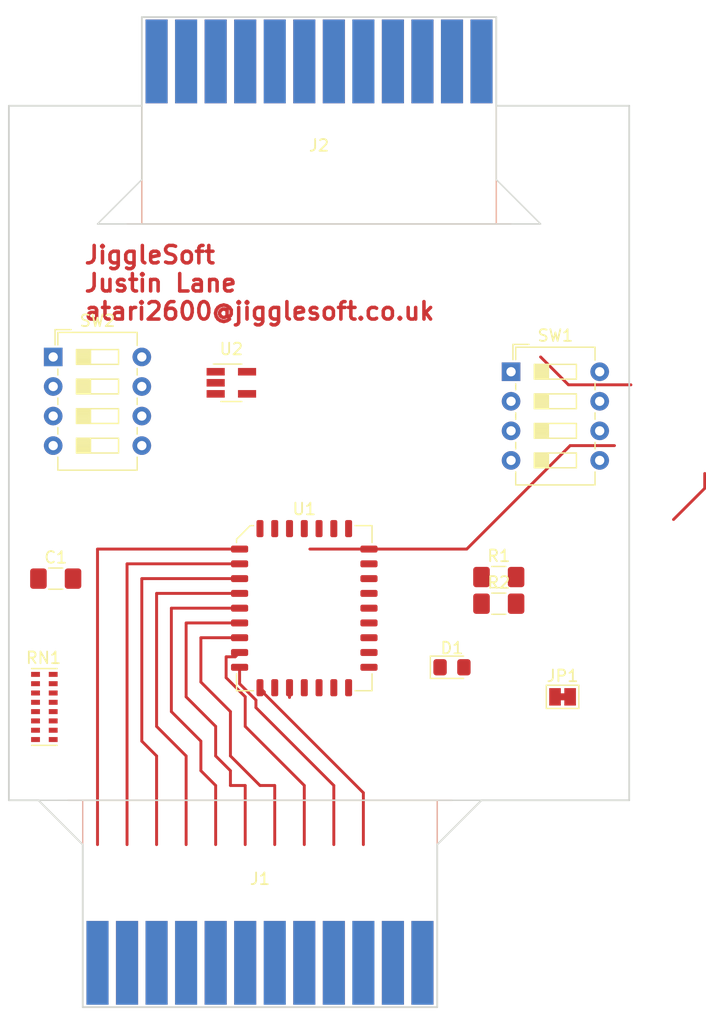
<source format=kicad_pcb>
(kicad_pcb (version 20171130) (host pcbnew "(5.0.2)-1")

  (general
    (thickness 1.6)
    (drawings 15)
    (tracks 59)
    (zones 0)
    (modules 12)
    (nets 40)
  )

  (page A4)
  (layers
    (0 F.Cu signal)
    (31 B.Cu signal)
    (32 B.Adhes user)
    (33 F.Adhes user)
    (34 B.Paste user)
    (35 F.Paste user)
    (36 B.SilkS user)
    (37 F.SilkS user)
    (38 B.Mask user)
    (39 F.Mask user)
    (40 Dwgs.User user)
    (41 Cmts.User user)
    (42 Eco1.User user)
    (43 Eco2.User user)
    (44 Edge.Cuts user)
    (45 Margin user)
    (46 B.CrtYd user)
    (47 F.CrtYd user)
    (48 B.Fab user)
    (49 F.Fab user)
  )

  (setup
    (last_trace_width 0.25)
    (trace_clearance 0.2)
    (zone_clearance 0.508)
    (zone_45_only no)
    (trace_min 0.2)
    (segment_width 0.2)
    (edge_width 0.15)
    (via_size 0.8)
    (via_drill 0.4)
    (via_min_size 0.4)
    (via_min_drill 0.3)
    (uvia_size 0.3)
    (uvia_drill 0.1)
    (uvias_allowed no)
    (uvia_min_size 0.2)
    (uvia_min_drill 0.1)
    (pcb_text_width 0.3)
    (pcb_text_size 1.5 1.5)
    (mod_edge_width 0.15)
    (mod_text_size 1 1)
    (mod_text_width 0.15)
    (pad_size 1.524 1.524)
    (pad_drill 0.762)
    (pad_to_mask_clearance 0.051)
    (solder_mask_min_width 0.25)
    (aux_axis_origin 0 0)
    (visible_elements 7FFFFFFF)
    (pcbplotparams
      (layerselection 0x010fc_ffffffff)
      (usegerberextensions false)
      (usegerberattributes false)
      (usegerberadvancedattributes false)
      (creategerberjobfile false)
      (excludeedgelayer true)
      (linewidth 0.100000)
      (plotframeref false)
      (viasonmask false)
      (mode 1)
      (useauxorigin false)
      (hpglpennumber 1)
      (hpglpenspeed 20)
      (hpglpendiameter 15.000000)
      (psnegative false)
      (psa4output false)
      (plotreference true)
      (plotvalue true)
      (plotinvisibletext false)
      (padsonsilk false)
      (subtractmaskfromsilk false)
      (outputformat 1)
      (mirror false)
      (drillshape 1)
      (scaleselection 1)
      (outputdirectory ""))
  )

  (net 0 "")
  (net 1 +5V)
  (net 2 GND)
  (net 3 "Net-(D1-Pad2)")
  (net 4 /A7)
  (net 5 /A6)
  (net 6 /A5)
  (net 7 /A4)
  (net 8 /A3)
  (net 9 /A2)
  (net 10 /A1)
  (net 11 /A0)
  (net 12 /D0)
  (net 13 /D1)
  (net 14 /D2)
  (net 15 /D3)
  (net 16 /D4)
  (net 17 /D5)
  (net 18 /D6)
  (net 19 /D7)
  (net 20 /CS)
  (net 21 /A10)
  (net 22 /A11)
  (net 23 /A9)
  (net 24 /A8)
  (net 25 "Net-(J2-Pad23)")
  (net 26 "Net-(J2-Pad18)")
  (net 27 "Net-(J2-Pad14)")
  (net 28 "Net-(JP1-Pad2)")
  (net 29 /~WE)
  (net 30 /~OE)
  (net 31 /A18)
  (net 32 /A17)
  (net 33 /A16)
  (net 34 /A15)
  (net 35 /A14)
  (net 36 /A13)
  (net 37 /A12)
  (net 38 "Net-(U1-Pad22)")
  (net 39 "Net-(RN1-Pad1)")

  (net_class Default "This is the default net class."
    (clearance 0.2)
    (trace_width 0.25)
    (via_dia 0.8)
    (via_drill 0.4)
    (uvia_dia 0.3)
    (uvia_drill 0.1)
    (add_net +5V)
    (add_net /A0)
    (add_net /A1)
    (add_net /A10)
    (add_net /A11)
    (add_net /A12)
    (add_net /A13)
    (add_net /A14)
    (add_net /A15)
    (add_net /A16)
    (add_net /A17)
    (add_net /A18)
    (add_net /A2)
    (add_net /A3)
    (add_net /A4)
    (add_net /A5)
    (add_net /A6)
    (add_net /A7)
    (add_net /A8)
    (add_net /A9)
    (add_net /CS)
    (add_net /D0)
    (add_net /D1)
    (add_net /D2)
    (add_net /D3)
    (add_net /D4)
    (add_net /D5)
    (add_net /D6)
    (add_net /D7)
    (add_net /~OE)
    (add_net /~WE)
    (add_net GND)
    (add_net "Net-(D1-Pad2)")
    (add_net "Net-(J2-Pad14)")
    (add_net "Net-(J2-Pad18)")
    (add_net "Net-(J2-Pad23)")
    (add_net "Net-(JP1-Pad2)")
    (add_net "Net-(RN1-Pad1)")
    (add_net "Net-(U1-Pad22)")
  )

  (module JiggleSoft_Conn_Atari:Atari_2600_Cartridge_2x12_PCB_Edge (layer F.Cu) (tedit 5C61F675) (tstamp 5C6D8511)
    (at 148.59 41.91 180)
    (descr "Highspeed card edge connector for PCB's with 24 contacts (not polarized)")
    (tags "conn Atari 2600 card-edge high-speed")
    (path /5C63258F)
    (attr virtual)
    (fp_text reference J2 (at 0 -5.95 180) (layer F.SilkS)
      (effects (font (size 1 1) (thickness 0.15)))
    )
    (fp_text value CONN_512K_CART_CARD (at 0 5.7 180) (layer F.Fab)
      (effects (font (size 1 1) (thickness 0.15)))
    )
    (fp_line (start -19.05 -12.7) (end 19.05 -12.7) (layer Edge.Cuts) (width 0.12))
    (fp_text user %R (at 0 -2.54 180) (layer F.Fab)
      (effects (font (size 1 1) (thickness 0.15)))
    )
    (fp_line (start -15.24 5.08) (end 15.24 5.08) (layer Edge.Cuts) (width 0.12))
    (fp_line (start 15.24 -8.89) (end 19.05 -12.7) (layer Edge.Cuts) (width 0.12))
    (fp_line (start -19.05 -12.7) (end -15.24 -8.89) (layer Edge.Cuts) (width 0.12))
    (fp_line (start 15.24 5.08) (end 15.24 -8.89) (layer Edge.Cuts) (width 0.12))
    (fp_line (start -15.24 5) (end -15.24 -8.89) (layer Edge.Cuts) (width 0.12))
    (fp_line (start 15.24 -12.7) (end -15.24 -12.7) (layer B.CrtYd) (width 0.05))
    (fp_line (start 15.24 5.08) (end 15.24 -12.7) (layer B.CrtYd) (width 0.05))
    (fp_line (start -15.24 5.08) (end 15.24 5.08) (layer B.CrtYd) (width 0.05))
    (fp_line (start -15.24 -12.7) (end -15.24 5.08) (layer B.CrtYd) (width 0.05))
    (fp_line (start 15.24 -12.7) (end -15.24 -12.7) (layer F.CrtYd) (width 0.05))
    (fp_line (start 15.24 5.08) (end 15.24 -12.7) (layer F.CrtYd) (width 0.05))
    (fp_line (start -15.24 5.08) (end 15.24 5.08) (layer F.CrtYd) (width 0.05))
    (fp_line (start -15.24 -12.7) (end -15.24 5.08) (layer F.CrtYd) (width 0.05))
    (fp_line (start 15.24 5.08) (end 15.24 -12.7) (layer B.SilkS) (width 0.12))
    (fp_line (start -15.24 5.08) (end -15.24 -12.7) (layer B.SilkS) (width 0.12))
    (fp_line (start -16.51 -12.7) (end 16.51 -12.7) (layer B.SilkS) (width 0.12))
    (fp_line (start -15.24 5.08) (end 15.24 5.08) (layer B.SilkS) (width 0.12))
    (fp_line (start 15.24 5.08) (end 15.24 -12.7) (layer F.SilkS) (width 0.12))
    (fp_line (start -15.24 5.08) (end -15.24 -12.7) (layer F.SilkS) (width 0.12))
    (fp_line (start -15.24 -12.7) (end 15.24 -12.7) (layer F.SilkS) (width 0.12))
    (fp_line (start -15.24 5.08) (end 15.24 5.08) (layer F.SilkS) (width 0.12))
    (fp_line (start 15.24 5.08) (end 15.24 -12.7) (layer B.Fab) (width 0.1))
    (fp_line (start -15.24 5.08) (end -15.24 -12.7) (layer B.Fab) (width 0.1))
    (fp_line (start -15.24 -12.7) (end 15.24 -12.7) (layer B.Fab) (width 0.1))
    (fp_line (start -15.24 5.08) (end 15.24 5.08) (layer B.Fab) (width 0.1))
    (fp_line (start 15.24 5.08) (end 15.24 -12.7) (layer F.Fab) (width 0.1))
    (fp_line (start -15.24 5.08) (end -15.24 -12.7) (layer F.Fab) (width 0.1))
    (fp_line (start -15.24 -12.7) (end 15.24 -12.7) (layer F.Fab) (width 0.1))
    (fp_line (start -15.24 5.08) (end 15.24 5.08) (layer F.Fab) (width 0.1))
    (pad 6 connect rect (at -1.27 1.27 180) (size 1.9 7.2) (layers F.Cu F.Mask)
      (net 23 /A9))
    (pad 12 connect rect (at 13.97 1.27 180) (size 1.9 7.2) (layers F.Cu F.Mask)
      (net 1 +5V))
    (pad 11 connect rect (at 11.43 1.27 180) (size 1.9 7.2) (layers F.Cu F.Mask)
      (net 29 /~WE))
    (pad 10 connect rect (at 8.89 1.27 180) (size 1.9 7.2) (layers F.Cu F.Mask)
      (net 32 /A17))
    (pad 9 connect rect (at 6.35 1.27 180) (size 1.9 7.2) (layers F.Cu F.Mask)
      (net 35 /A14))
    (pad 8 connect rect (at 3.81 1.27 180) (size 1.9 7.2) (layers F.Cu F.Mask)
      (net 36 /A13))
    (pad 7 connect rect (at 1.27 1.27 180) (size 1.9 7.2) (layers F.Cu F.Mask)
      (net 24 /A8))
    (pad 5 connect rect (at -3.81 1.27 180) (size 1.9 7.2) (layers F.Cu F.Mask)
      (net 22 /A11))
    (pad 4 connect rect (at -6.35 1.27 180) (size 1.9 7.2) (layers F.Cu F.Mask)
      (net 30 /~OE))
    (pad 3 connect rect (at -8.89 1.27 180) (size 1.9 7.2) (layers F.Cu F.Mask)
      (net 21 /A10))
    (pad 2 connect rect (at -11.43 1.27 180) (size 1.9 7.2) (layers F.Cu F.Mask)
      (net 20 /CS))
    (pad 13 connect rect (at 13.97 1.27 180) (size 1.9 7.2) (layers B.Cu B.Mask)
      (net 31 /A18))
    (pad 14 connect rect (at 11.43 1.27 180) (size 1.9 7.2) (layers B.Cu B.Mask)
      (net 27 "Net-(J2-Pad14)"))
    (pad 15 connect rect (at 8.89 1.27 180) (size 1.9 7.2) (layers B.Cu B.Mask)
      (net 33 /A16))
    (pad 16 connect rect (at 6.35 1.27 180) (size 1.9 7.2) (layers B.Cu B.Mask)
      (net 34 /A15))
    (pad 17 connect rect (at 3.81 1.27 180) (size 1.9 7.2) (layers B.Cu B.Mask)
      (net 37 /A12))
    (pad 18 connect rect (at 1.27 1.27 180) (size 1.9 7.2) (layers B.Cu B.Mask)
      (net 26 "Net-(J2-Pad18)"))
    (pad 19 connect rect (at -1.27 1.27 180) (size 1.9 7.2) (layers B.Cu B.Mask)
      (net 26 "Net-(J2-Pad18)"))
    (pad 20 connect rect (at -3.81 1.27 180) (size 1.9 7.2) (layers B.Cu B.Mask)
      (net 4 /A7))
    (pad 21 connect rect (at -6.35 1.27 180) (size 1.9 7.2) (layers B.Cu B.Mask)
      (net 5 /A6))
    (pad 22 connect rect (at -8.89 1.27 180) (size 1.9 7.2) (layers B.Cu B.Mask)
      (net 6 /A5))
    (pad 23 connect rect (at -11.43 1.27 180) (size 1.9 7.2) (layers B.Cu B.Mask)
      (net 25 "Net-(J2-Pad23)"))
    (pad 24 connect rect (at -13.97 1.27 180) (size 1.9 7.2) (layers B.Cu B.Mask)
      (net 7 /A4))
    (pad 1 connect rect (at -13.97 1.27 180) (size 1.9 7.2) (layers F.Cu F.Mask)
      (net 19 /D7))
  )

  (module JiggleSoft_Conn_Atari:Atari_2600_Cartridge_2x12_PCB_Edge (layer F.Cu) (tedit 5C61F675) (tstamp 5C6D0684)
    (at 143.51 116.84)
    (descr "Highspeed card edge connector for PCB's with 24 contacts (not polarized)")
    (tags "conn Atari 2600 card-edge high-speed")
    (path /5C620ECB)
    (attr virtual)
    (fp_text reference J1 (at 0 -5.95) (layer F.SilkS)
      (effects (font (size 1 1) (thickness 0.15)))
    )
    (fp_text value CONN_A2K6_CART_CARD (at 0 5.7) (layer F.Fab)
      (effects (font (size 1 1) (thickness 0.15)))
    )
    (fp_line (start -19.05 -12.7) (end 19.05 -12.7) (layer Edge.Cuts) (width 0.12))
    (fp_text user %R (at 0 -2.54) (layer F.Fab)
      (effects (font (size 1 1) (thickness 0.15)))
    )
    (fp_line (start -15.24 5.08) (end 15.24 5.08) (layer Edge.Cuts) (width 0.12))
    (fp_line (start 15.24 -8.89) (end 19.05 -12.7) (layer Edge.Cuts) (width 0.12))
    (fp_line (start -19.05 -12.7) (end -15.24 -8.89) (layer Edge.Cuts) (width 0.12))
    (fp_line (start 15.24 5.08) (end 15.24 -8.89) (layer Edge.Cuts) (width 0.12))
    (fp_line (start -15.24 5) (end -15.24 -8.89) (layer Edge.Cuts) (width 0.12))
    (fp_line (start 15.24 -12.7) (end -15.24 -12.7) (layer B.CrtYd) (width 0.05))
    (fp_line (start 15.24 5.08) (end 15.24 -12.7) (layer B.CrtYd) (width 0.05))
    (fp_line (start -15.24 5.08) (end 15.24 5.08) (layer B.CrtYd) (width 0.05))
    (fp_line (start -15.24 -12.7) (end -15.24 5.08) (layer B.CrtYd) (width 0.05))
    (fp_line (start 15.24 -12.7) (end -15.24 -12.7) (layer F.CrtYd) (width 0.05))
    (fp_line (start 15.24 5.08) (end 15.24 -12.7) (layer F.CrtYd) (width 0.05))
    (fp_line (start -15.24 5.08) (end 15.24 5.08) (layer F.CrtYd) (width 0.05))
    (fp_line (start -15.24 -12.7) (end -15.24 5.08) (layer F.CrtYd) (width 0.05))
    (fp_line (start 15.24 5.08) (end 15.24 -12.7) (layer B.SilkS) (width 0.12))
    (fp_line (start -15.24 5.08) (end -15.24 -12.7) (layer B.SilkS) (width 0.12))
    (fp_line (start -16.51 -12.7) (end 16.51 -12.7) (layer B.SilkS) (width 0.12))
    (fp_line (start -15.24 5.08) (end 15.24 5.08) (layer B.SilkS) (width 0.12))
    (fp_line (start 15.24 5.08) (end 15.24 -12.7) (layer F.SilkS) (width 0.12))
    (fp_line (start -15.24 5.08) (end -15.24 -12.7) (layer F.SilkS) (width 0.12))
    (fp_line (start -15.24 -12.7) (end 15.24 -12.7) (layer F.SilkS) (width 0.12))
    (fp_line (start -15.24 5.08) (end 15.24 5.08) (layer F.SilkS) (width 0.12))
    (fp_line (start 15.24 5.08) (end 15.24 -12.7) (layer B.Fab) (width 0.1))
    (fp_line (start -15.24 5.08) (end -15.24 -12.7) (layer B.Fab) (width 0.1))
    (fp_line (start -15.24 -12.7) (end 15.24 -12.7) (layer B.Fab) (width 0.1))
    (fp_line (start -15.24 5.08) (end 15.24 5.08) (layer B.Fab) (width 0.1))
    (fp_line (start 15.24 5.08) (end 15.24 -12.7) (layer F.Fab) (width 0.1))
    (fp_line (start -15.24 5.08) (end -15.24 -12.7) (layer F.Fab) (width 0.1))
    (fp_line (start -15.24 -12.7) (end 15.24 -12.7) (layer F.Fab) (width 0.1))
    (fp_line (start -15.24 5.08) (end 15.24 5.08) (layer F.Fab) (width 0.1))
    (pad 6 connect rect (at -1.27 1.27) (size 1.9 7.2) (layers F.Cu F.Mask)
      (net 9 /A2))
    (pad 12 connect rect (at 13.97 1.27) (size 1.9 7.2) (layers F.Cu F.Mask)
      (net 2 GND))
    (pad 11 connect rect (at 11.43 1.27) (size 1.9 7.2) (layers F.Cu F.Mask)
      (net 14 /D2))
    (pad 10 connect rect (at 8.89 1.27) (size 1.9 7.2) (layers F.Cu F.Mask)
      (net 13 /D1))
    (pad 9 connect rect (at 6.35 1.27) (size 1.9 7.2) (layers F.Cu F.Mask)
      (net 12 /D0))
    (pad 8 connect rect (at 3.81 1.27) (size 1.9 7.2) (layers F.Cu F.Mask)
      (net 11 /A0))
    (pad 7 connect rect (at 1.27 1.27) (size 1.9 7.2) (layers F.Cu F.Mask)
      (net 10 /A1))
    (pad 5 connect rect (at -3.81 1.27) (size 1.9 7.2) (layers F.Cu F.Mask)
      (net 8 /A3))
    (pad 4 connect rect (at -6.35 1.27) (size 1.9 7.2) (layers F.Cu F.Mask)
      (net 7 /A4))
    (pad 3 connect rect (at -8.89 1.27) (size 1.9 7.2) (layers F.Cu F.Mask)
      (net 6 /A5))
    (pad 2 connect rect (at -11.43 1.27) (size 1.9 7.2) (layers F.Cu F.Mask)
      (net 5 /A6))
    (pad 13 connect rect (at 13.97 1.27) (size 1.9 7.2) (layers B.Cu B.Mask)
      (net 15 /D3))
    (pad 14 connect rect (at 11.43 1.27) (size 1.9 7.2) (layers B.Cu B.Mask)
      (net 16 /D4))
    (pad 15 connect rect (at 8.89 1.27) (size 1.9 7.2) (layers B.Cu B.Mask)
      (net 17 /D5))
    (pad 16 connect rect (at 6.35 1.27) (size 1.9 7.2) (layers B.Cu B.Mask)
      (net 18 /D6))
    (pad 17 connect rect (at 3.81 1.27) (size 1.9 7.2) (layers B.Cu B.Mask)
      (net 19 /D7))
    (pad 18 connect rect (at 1.27 1.27) (size 1.9 7.2) (layers B.Cu B.Mask)
      (net 20 /CS))
    (pad 19 connect rect (at -1.27 1.27) (size 1.9 7.2) (layers B.Cu B.Mask)
      (net 21 /A10))
    (pad 20 connect rect (at -3.81 1.27) (size 1.9 7.2) (layers B.Cu B.Mask)
      (net 22 /A11))
    (pad 21 connect rect (at -6.35 1.27) (size 1.9 7.2) (layers B.Cu B.Mask)
      (net 23 /A9))
    (pad 22 connect rect (at -8.89 1.27) (size 1.9 7.2) (layers B.Cu B.Mask)
      (net 24 /A8))
    (pad 23 connect rect (at -11.43 1.27) (size 1.9 7.2) (layers B.Cu B.Mask)
      (net 1 +5V))
    (pad 24 connect rect (at -13.97 1.27) (size 1.9 7.2) (layers B.Cu B.Mask)
      (net 2 GND))
    (pad 1 connect rect (at -13.97 1.27) (size 1.9 7.2) (layers F.Cu F.Mask)
      (net 4 /A7))
  )

  (module Capacitor_SMD:C_1206_3216Metric_Pad1.42x1.75mm_HandSolder (layer F.Cu) (tedit 5B301BBE) (tstamp 5C69B9CF)
    (at 125.9475 85.09)
    (descr "Capacitor SMD 1206 (3216 Metric), square (rectangular) end terminal, IPC_7351 nominal with elongated pad for handsoldering. (Body size source: http://www.tortai-tech.com/upload/download/2011102023233369053.pdf), generated with kicad-footprint-generator")
    (tags "capacitor handsolder")
    (path /5C520D1A)
    (attr smd)
    (fp_text reference C1 (at 0 -1.82) (layer F.SilkS)
      (effects (font (size 1 1) (thickness 0.15)))
    )
    (fp_text value 0.1uF (at 0 1.82) (layer F.Fab)
      (effects (font (size 1 1) (thickness 0.15)))
    )
    (fp_line (start -1.6 0.8) (end -1.6 -0.8) (layer F.Fab) (width 0.1))
    (fp_line (start -1.6 -0.8) (end 1.6 -0.8) (layer F.Fab) (width 0.1))
    (fp_line (start 1.6 -0.8) (end 1.6 0.8) (layer F.Fab) (width 0.1))
    (fp_line (start 1.6 0.8) (end -1.6 0.8) (layer F.Fab) (width 0.1))
    (fp_line (start -0.602064 -0.91) (end 0.602064 -0.91) (layer F.SilkS) (width 0.12))
    (fp_line (start -0.602064 0.91) (end 0.602064 0.91) (layer F.SilkS) (width 0.12))
    (fp_line (start -2.45 1.12) (end -2.45 -1.12) (layer F.CrtYd) (width 0.05))
    (fp_line (start -2.45 -1.12) (end 2.45 -1.12) (layer F.CrtYd) (width 0.05))
    (fp_line (start 2.45 -1.12) (end 2.45 1.12) (layer F.CrtYd) (width 0.05))
    (fp_line (start 2.45 1.12) (end -2.45 1.12) (layer F.CrtYd) (width 0.05))
    (fp_text user %R (at 0 0) (layer F.Fab)
      (effects (font (size 0.8 0.8) (thickness 0.12)))
    )
    (pad 1 smd roundrect (at -1.4875 0) (size 1.425 1.75) (layers F.Cu F.Paste F.Mask) (roundrect_rratio 0.175439)
      (net 1 +5V))
    (pad 2 smd roundrect (at 1.4875 0) (size 1.425 1.75) (layers F.Cu F.Paste F.Mask) (roundrect_rratio 0.175439)
      (net 2 GND))
    (model ${KISYS3DMOD}/Capacitor_SMD.3dshapes/C_1206_3216Metric.wrl
      (at (xyz 0 0 0))
      (scale (xyz 1 1 1))
      (rotate (xyz 0 0 0))
    )
  )

  (module LED_SMD:LED_0805_2012Metric_Pad1.15x1.40mm_HandSolder (layer F.Cu) (tedit 5B4B45C9) (tstamp 5C69DA12)
    (at 160.02 92.71)
    (descr "LED SMD 0805 (2012 Metric), square (rectangular) end terminal, IPC_7351 nominal, (Body size source: https://docs.google.com/spreadsheets/d/1BsfQQcO9C6DZCsRaXUlFlo91Tg2WpOkGARC1WS5S8t0/edit?usp=sharing), generated with kicad-footprint-generator")
    (tags "LED handsolder")
    (path /5C52382A)
    (attr smd)
    (fp_text reference D1 (at 0 -1.65) (layer F.SilkS)
      (effects (font (size 1 1) (thickness 0.15)))
    )
    (fp_text value LED (at 0 1.65) (layer F.Fab)
      (effects (font (size 1 1) (thickness 0.15)))
    )
    (fp_line (start 1 -0.6) (end -0.7 -0.6) (layer F.Fab) (width 0.1))
    (fp_line (start -0.7 -0.6) (end -1 -0.3) (layer F.Fab) (width 0.1))
    (fp_line (start -1 -0.3) (end -1 0.6) (layer F.Fab) (width 0.1))
    (fp_line (start -1 0.6) (end 1 0.6) (layer F.Fab) (width 0.1))
    (fp_line (start 1 0.6) (end 1 -0.6) (layer F.Fab) (width 0.1))
    (fp_line (start 1 -0.96) (end -1.86 -0.96) (layer F.SilkS) (width 0.12))
    (fp_line (start -1.86 -0.96) (end -1.86 0.96) (layer F.SilkS) (width 0.12))
    (fp_line (start -1.86 0.96) (end 1 0.96) (layer F.SilkS) (width 0.12))
    (fp_line (start -1.85 0.95) (end -1.85 -0.95) (layer F.CrtYd) (width 0.05))
    (fp_line (start -1.85 -0.95) (end 1.85 -0.95) (layer F.CrtYd) (width 0.05))
    (fp_line (start 1.85 -0.95) (end 1.85 0.95) (layer F.CrtYd) (width 0.05))
    (fp_line (start 1.85 0.95) (end -1.85 0.95) (layer F.CrtYd) (width 0.05))
    (fp_text user %R (at 0 0) (layer F.Fab)
      (effects (font (size 0.5 0.5) (thickness 0.08)))
    )
    (pad 1 smd roundrect (at -1.025 0) (size 1.15 1.4) (layers F.Cu F.Paste F.Mask) (roundrect_rratio 0.217391)
      (net 2 GND))
    (pad 2 smd roundrect (at 1.025 0) (size 1.15 1.4) (layers F.Cu F.Paste F.Mask) (roundrect_rratio 0.217391)
      (net 3 "Net-(D1-Pad2)"))
    (model ${KISYS3DMOD}/LED_SMD.3dshapes/LED_0805_2012Metric.wrl
      (at (xyz 0 0 0))
      (scale (xyz 1 1 1))
      (rotate (xyz 0 0 0))
    )
  )

  (module Jumper:SolderJumper-2_P1.3mm_Bridged_Pad1.0x1.5mm (layer F.Cu) (tedit 5B391424) (tstamp 5C69BB30)
    (at 169.53 95.25)
    (descr "SMD Solder Jumper, 1x1.5mm Pads, 0.3mm gap, bridged with 1 copper strip")
    (tags "solder jumper open")
    (path /5C7CF827)
    (attr virtual)
    (fp_text reference JP1 (at 0 -1.8) (layer F.SilkS)
      (effects (font (size 1 1) (thickness 0.15)))
    )
    (fp_text value Jumper_NC_Small (at 0 1.9) (layer F.Fab)
      (effects (font (size 1 1) (thickness 0.15)))
    )
    (fp_line (start -1.4 1) (end -1.4 -1) (layer F.SilkS) (width 0.12))
    (fp_line (start 1.4 1) (end -1.4 1) (layer F.SilkS) (width 0.12))
    (fp_line (start 1.4 -1) (end 1.4 1) (layer F.SilkS) (width 0.12))
    (fp_line (start -1.4 -1) (end 1.4 -1) (layer F.SilkS) (width 0.12))
    (fp_line (start -1.65 -1.25) (end 1.65 -1.25) (layer F.CrtYd) (width 0.05))
    (fp_line (start -1.65 -1.25) (end -1.65 1.25) (layer F.CrtYd) (width 0.05))
    (fp_line (start 1.65 1.25) (end 1.65 -1.25) (layer F.CrtYd) (width 0.05))
    (fp_line (start 1.65 1.25) (end -1.65 1.25) (layer F.CrtYd) (width 0.05))
    (pad 1 smd custom (at -0.65 0) (size 1 1.5) (layers F.Cu F.Mask)
      (net 1 +5V)
      (options (clearance outline) (anchor rect))
      (primitives
        (gr_poly (pts
           (xy 0.4 -0.3) (xy 0.9 -0.3) (xy 0.9 0.3) (xy 0.4 0.3)) (width 0))
      ))
    (pad 2 smd rect (at 0.65 0) (size 1 1.5) (layers F.Cu F.Mask)
      (net 28 "Net-(JP1-Pad2)"))
  )

  (module Resistor_SMD:R_1206_3216Metric_Pad1.42x1.75mm_HandSolder (layer F.Cu) (tedit 5B301BBD) (tstamp 5C69DB83)
    (at 164.045001 84.955001)
    (descr "Resistor SMD 1206 (3216 Metric), square (rectangular) end terminal, IPC_7351 nominal with elongated pad for handsoldering. (Body size source: http://www.tortai-tech.com/upload/download/2011102023233369053.pdf), generated with kicad-footprint-generator")
    (tags "resistor handsolder")
    (path /5C5216C7)
    (attr smd)
    (fp_text reference R1 (at 0 -1.82) (layer F.SilkS)
      (effects (font (size 1 1) (thickness 0.15)))
    )
    (fp_text value 10K (at 0 1.82) (layer F.Fab)
      (effects (font (size 1 1) (thickness 0.15)))
    )
    (fp_line (start -1.6 0.8) (end -1.6 -0.8) (layer F.Fab) (width 0.1))
    (fp_line (start -1.6 -0.8) (end 1.6 -0.8) (layer F.Fab) (width 0.1))
    (fp_line (start 1.6 -0.8) (end 1.6 0.8) (layer F.Fab) (width 0.1))
    (fp_line (start 1.6 0.8) (end -1.6 0.8) (layer F.Fab) (width 0.1))
    (fp_line (start -0.602064 -0.91) (end 0.602064 -0.91) (layer F.SilkS) (width 0.12))
    (fp_line (start -0.602064 0.91) (end 0.602064 0.91) (layer F.SilkS) (width 0.12))
    (fp_line (start -2.45 1.12) (end -2.45 -1.12) (layer F.CrtYd) (width 0.05))
    (fp_line (start -2.45 -1.12) (end 2.45 -1.12) (layer F.CrtYd) (width 0.05))
    (fp_line (start 2.45 -1.12) (end 2.45 1.12) (layer F.CrtYd) (width 0.05))
    (fp_line (start 2.45 1.12) (end -2.45 1.12) (layer F.CrtYd) (width 0.05))
    (fp_text user %R (at 0 0) (layer F.Fab)
      (effects (font (size 0.8 0.8) (thickness 0.12)))
    )
    (pad 1 smd roundrect (at -1.4875 0) (size 1.425 1.75) (layers F.Cu F.Paste F.Mask) (roundrect_rratio 0.175439)
      (net 29 /~WE))
    (pad 2 smd roundrect (at 1.4875 0) (size 1.425 1.75) (layers F.Cu F.Paste F.Mask) (roundrect_rratio 0.175439)
      (net 1 +5V))
    (model ${KISYS3DMOD}/Resistor_SMD.3dshapes/R_1206_3216Metric.wrl
      (at (xyz 0 0 0))
      (scale (xyz 1 1 1))
      (rotate (xyz 0 0 0))
    )
  )

  (module Resistor_SMD:R_1206_3216Metric_Pad1.42x1.75mm_HandSolder (layer F.Cu) (tedit 5B301BBD) (tstamp 5C69DB53)
    (at 164.045001 87.245001)
    (descr "Resistor SMD 1206 (3216 Metric), square (rectangular) end terminal, IPC_7351 nominal with elongated pad for handsoldering. (Body size source: http://www.tortai-tech.com/upload/download/2011102023233369053.pdf), generated with kicad-footprint-generator")
    (tags "resistor handsolder")
    (path /5C523719)
    (attr smd)
    (fp_text reference R2 (at 0 -1.82) (layer F.SilkS)
      (effects (font (size 1 1) (thickness 0.15)))
    )
    (fp_text value R (at 0 1.82) (layer F.Fab)
      (effects (font (size 1 1) (thickness 0.15)))
    )
    (fp_text user %R (at 0 0) (layer F.Fab)
      (effects (font (size 0.8 0.8) (thickness 0.12)))
    )
    (fp_line (start 2.45 1.12) (end -2.45 1.12) (layer F.CrtYd) (width 0.05))
    (fp_line (start 2.45 -1.12) (end 2.45 1.12) (layer F.CrtYd) (width 0.05))
    (fp_line (start -2.45 -1.12) (end 2.45 -1.12) (layer F.CrtYd) (width 0.05))
    (fp_line (start -2.45 1.12) (end -2.45 -1.12) (layer F.CrtYd) (width 0.05))
    (fp_line (start -0.602064 0.91) (end 0.602064 0.91) (layer F.SilkS) (width 0.12))
    (fp_line (start -0.602064 -0.91) (end 0.602064 -0.91) (layer F.SilkS) (width 0.12))
    (fp_line (start 1.6 0.8) (end -1.6 0.8) (layer F.Fab) (width 0.1))
    (fp_line (start 1.6 -0.8) (end 1.6 0.8) (layer F.Fab) (width 0.1))
    (fp_line (start -1.6 -0.8) (end 1.6 -0.8) (layer F.Fab) (width 0.1))
    (fp_line (start -1.6 0.8) (end -1.6 -0.8) (layer F.Fab) (width 0.1))
    (pad 2 smd roundrect (at 1.4875 0) (size 1.425 1.75) (layers F.Cu F.Paste F.Mask) (roundrect_rratio 0.175439)
      (net 3 "Net-(D1-Pad2)"))
    (pad 1 smd roundrect (at -1.4875 0) (size 1.425 1.75) (layers F.Cu F.Paste F.Mask) (roundrect_rratio 0.175439)
      (net 28 "Net-(JP1-Pad2)"))
    (model ${KISYS3DMOD}/Resistor_SMD.3dshapes/R_1206_3216Metric.wrl
      (at (xyz 0 0 0))
      (scale (xyz 1 1 1))
      (rotate (xyz 0 0 0))
    )
  )

  (module Button_Switch_THT:SW_DIP_SPSTx04_Slide_6.7x11.72mm_W7.62mm_P2.54mm_LowProfile (layer F.Cu) (tedit 5A4E1404) (tstamp 5C6EF2BB)
    (at 165.1 67.31)
    (descr "4x-dip-switch SPST , Slide, row spacing 7.62 mm (300 mils), body size 6.7x11.72mm (see e.g. https://www.ctscorp.com/wp-content/uploads/209-210.pdf), LowProfile")
    (tags "DIP Switch SPST Slide 7.62mm 300mil LowProfile")
    (path /5C521E77)
    (fp_text reference SW1 (at 3.81 -3.11) (layer F.SilkS)
      (effects (font (size 1 1) (thickness 0.15)))
    )
    (fp_text value SW_DIP_x04 (at 3.81 10.73) (layer F.Fab)
      (effects (font (size 1 1) (thickness 0.15)))
    )
    (fp_line (start 1.46 -2.05) (end 7.16 -2.05) (layer F.Fab) (width 0.1))
    (fp_line (start 7.16 -2.05) (end 7.16 9.67) (layer F.Fab) (width 0.1))
    (fp_line (start 7.16 9.67) (end 0.46 9.67) (layer F.Fab) (width 0.1))
    (fp_line (start 0.46 9.67) (end 0.46 -1.05) (layer F.Fab) (width 0.1))
    (fp_line (start 0.46 -1.05) (end 1.46 -2.05) (layer F.Fab) (width 0.1))
    (fp_line (start 2 -0.635) (end 2 0.635) (layer F.Fab) (width 0.1))
    (fp_line (start 2 0.635) (end 5.62 0.635) (layer F.Fab) (width 0.1))
    (fp_line (start 5.62 0.635) (end 5.62 -0.635) (layer F.Fab) (width 0.1))
    (fp_line (start 5.62 -0.635) (end 2 -0.635) (layer F.Fab) (width 0.1))
    (fp_line (start 2 -0.535) (end 3.206667 -0.535) (layer F.Fab) (width 0.1))
    (fp_line (start 2 -0.435) (end 3.206667 -0.435) (layer F.Fab) (width 0.1))
    (fp_line (start 2 -0.335) (end 3.206667 -0.335) (layer F.Fab) (width 0.1))
    (fp_line (start 2 -0.235) (end 3.206667 -0.235) (layer F.Fab) (width 0.1))
    (fp_line (start 2 -0.135) (end 3.206667 -0.135) (layer F.Fab) (width 0.1))
    (fp_line (start 2 -0.035) (end 3.206667 -0.035) (layer F.Fab) (width 0.1))
    (fp_line (start 2 0.065) (end 3.206667 0.065) (layer F.Fab) (width 0.1))
    (fp_line (start 2 0.165) (end 3.206667 0.165) (layer F.Fab) (width 0.1))
    (fp_line (start 2 0.265) (end 3.206667 0.265) (layer F.Fab) (width 0.1))
    (fp_line (start 2 0.365) (end 3.206667 0.365) (layer F.Fab) (width 0.1))
    (fp_line (start 2 0.465) (end 3.206667 0.465) (layer F.Fab) (width 0.1))
    (fp_line (start 2 0.565) (end 3.206667 0.565) (layer F.Fab) (width 0.1))
    (fp_line (start 3.206667 -0.635) (end 3.206667 0.635) (layer F.Fab) (width 0.1))
    (fp_line (start 2 1.905) (end 2 3.175) (layer F.Fab) (width 0.1))
    (fp_line (start 2 3.175) (end 5.62 3.175) (layer F.Fab) (width 0.1))
    (fp_line (start 5.62 3.175) (end 5.62 1.905) (layer F.Fab) (width 0.1))
    (fp_line (start 5.62 1.905) (end 2 1.905) (layer F.Fab) (width 0.1))
    (fp_line (start 2 2.005) (end 3.206667 2.005) (layer F.Fab) (width 0.1))
    (fp_line (start 2 2.105) (end 3.206667 2.105) (layer F.Fab) (width 0.1))
    (fp_line (start 2 2.205) (end 3.206667 2.205) (layer F.Fab) (width 0.1))
    (fp_line (start 2 2.305) (end 3.206667 2.305) (layer F.Fab) (width 0.1))
    (fp_line (start 2 2.405) (end 3.206667 2.405) (layer F.Fab) (width 0.1))
    (fp_line (start 2 2.505) (end 3.206667 2.505) (layer F.Fab) (width 0.1))
    (fp_line (start 2 2.605) (end 3.206667 2.605) (layer F.Fab) (width 0.1))
    (fp_line (start 2 2.705) (end 3.206667 2.705) (layer F.Fab) (width 0.1))
    (fp_line (start 2 2.805) (end 3.206667 2.805) (layer F.Fab) (width 0.1))
    (fp_line (start 2 2.905) (end 3.206667 2.905) (layer F.Fab) (width 0.1))
    (fp_line (start 2 3.005) (end 3.206667 3.005) (layer F.Fab) (width 0.1))
    (fp_line (start 2 3.105) (end 3.206667 3.105) (layer F.Fab) (width 0.1))
    (fp_line (start 3.206667 1.905) (end 3.206667 3.175) (layer F.Fab) (width 0.1))
    (fp_line (start 2 4.445) (end 2 5.715) (layer F.Fab) (width 0.1))
    (fp_line (start 2 5.715) (end 5.62 5.715) (layer F.Fab) (width 0.1))
    (fp_line (start 5.62 5.715) (end 5.62 4.445) (layer F.Fab) (width 0.1))
    (fp_line (start 5.62 4.445) (end 2 4.445) (layer F.Fab) (width 0.1))
    (fp_line (start 2 4.545) (end 3.206667 4.545) (layer F.Fab) (width 0.1))
    (fp_line (start 2 4.645) (end 3.206667 4.645) (layer F.Fab) (width 0.1))
    (fp_line (start 2 4.745) (end 3.206667 4.745) (layer F.Fab) (width 0.1))
    (fp_line (start 2 4.845) (end 3.206667 4.845) (layer F.Fab) (width 0.1))
    (fp_line (start 2 4.945) (end 3.206667 4.945) (layer F.Fab) (width 0.1))
    (fp_line (start 2 5.045) (end 3.206667 5.045) (layer F.Fab) (width 0.1))
    (fp_line (start 2 5.145) (end 3.206667 5.145) (layer F.Fab) (width 0.1))
    (fp_line (start 2 5.245) (end 3.206667 5.245) (layer F.Fab) (width 0.1))
    (fp_line (start 2 5.345) (end 3.206667 5.345) (layer F.Fab) (width 0.1))
    (fp_line (start 2 5.445) (end 3.206667 5.445) (layer F.Fab) (width 0.1))
    (fp_line (start 2 5.545) (end 3.206667 5.545) (layer F.Fab) (width 0.1))
    (fp_line (start 2 5.645) (end 3.206667 5.645) (layer F.Fab) (width 0.1))
    (fp_line (start 3.206667 4.445) (end 3.206667 5.715) (layer F.Fab) (width 0.1))
    (fp_line (start 2 6.985) (end 2 8.255) (layer F.Fab) (width 0.1))
    (fp_line (start 2 8.255) (end 5.62 8.255) (layer F.Fab) (width 0.1))
    (fp_line (start 5.62 8.255) (end 5.62 6.985) (layer F.Fab) (width 0.1))
    (fp_line (start 5.62 6.985) (end 2 6.985) (layer F.Fab) (width 0.1))
    (fp_line (start 2 7.085) (end 3.206667 7.085) (layer F.Fab) (width 0.1))
    (fp_line (start 2 7.185) (end 3.206667 7.185) (layer F.Fab) (width 0.1))
    (fp_line (start 2 7.285) (end 3.206667 7.285) (layer F.Fab) (width 0.1))
    (fp_line (start 2 7.385) (end 3.206667 7.385) (layer F.Fab) (width 0.1))
    (fp_line (start 2 7.485) (end 3.206667 7.485) (layer F.Fab) (width 0.1))
    (fp_line (start 2 7.585) (end 3.206667 7.585) (layer F.Fab) (width 0.1))
    (fp_line (start 2 7.685) (end 3.206667 7.685) (layer F.Fab) (width 0.1))
    (fp_line (start 2 7.785) (end 3.206667 7.785) (layer F.Fab) (width 0.1))
    (fp_line (start 2 7.885) (end 3.206667 7.885) (layer F.Fab) (width 0.1))
    (fp_line (start 2 7.985) (end 3.206667 7.985) (layer F.Fab) (width 0.1))
    (fp_line (start 2 8.085) (end 3.206667 8.085) (layer F.Fab) (width 0.1))
    (fp_line (start 2 8.185) (end 3.206667 8.185) (layer F.Fab) (width 0.1))
    (fp_line (start 3.206667 6.985) (end 3.206667 8.255) (layer F.Fab) (width 0.1))
    (fp_line (start 0.4 -2.11) (end 7.221 -2.11) (layer F.SilkS) (width 0.12))
    (fp_line (start 0.4 9.73) (end 7.221 9.73) (layer F.SilkS) (width 0.12))
    (fp_line (start 0.4 -2.11) (end 0.4 -1.04) (layer F.SilkS) (width 0.12))
    (fp_line (start 0.4 1.04) (end 0.4 1.551) (layer F.SilkS) (width 0.12))
    (fp_line (start 0.4 3.53) (end 0.4 4.091) (layer F.SilkS) (width 0.12))
    (fp_line (start 0.4 6.07) (end 0.4 6.631) (layer F.SilkS) (width 0.12))
    (fp_line (start 0.4 8.61) (end 0.4 9.73) (layer F.SilkS) (width 0.12))
    (fp_line (start 7.221 8.61) (end 7.221 9.73) (layer F.SilkS) (width 0.12))
    (fp_line (start 7.221 6.07) (end 7.221 6.631) (layer F.SilkS) (width 0.12))
    (fp_line (start 7.221 3.53) (end 7.221 4.091) (layer F.SilkS) (width 0.12))
    (fp_line (start 7.221 -2.11) (end 7.221 -0.99) (layer F.SilkS) (width 0.12))
    (fp_line (start 7.221 0.99) (end 7.221 1.551) (layer F.SilkS) (width 0.12))
    (fp_line (start 0.16 -2.35) (end 1.543 -2.35) (layer F.SilkS) (width 0.12))
    (fp_line (start 0.16 -2.35) (end 0.16 -1.04) (layer F.SilkS) (width 0.12))
    (fp_line (start 2 -0.635) (end 2 0.635) (layer F.SilkS) (width 0.12))
    (fp_line (start 2 0.635) (end 5.62 0.635) (layer F.SilkS) (width 0.12))
    (fp_line (start 5.62 0.635) (end 5.62 -0.635) (layer F.SilkS) (width 0.12))
    (fp_line (start 5.62 -0.635) (end 2 -0.635) (layer F.SilkS) (width 0.12))
    (fp_line (start 2 -0.515) (end 3.206667 -0.515) (layer F.SilkS) (width 0.12))
    (fp_line (start 2 -0.395) (end 3.206667 -0.395) (layer F.SilkS) (width 0.12))
    (fp_line (start 2 -0.275) (end 3.206667 -0.275) (layer F.SilkS) (width 0.12))
    (fp_line (start 2 -0.155) (end 3.206667 -0.155) (layer F.SilkS) (width 0.12))
    (fp_line (start 2 -0.035) (end 3.206667 -0.035) (layer F.SilkS) (width 0.12))
    (fp_line (start 2 0.085) (end 3.206667 0.085) (layer F.SilkS) (width 0.12))
    (fp_line (start 2 0.205) (end 3.206667 0.205) (layer F.SilkS) (width 0.12))
    (fp_line (start 2 0.325) (end 3.206667 0.325) (layer F.SilkS) (width 0.12))
    (fp_line (start 2 0.445) (end 3.206667 0.445) (layer F.SilkS) (width 0.12))
    (fp_line (start 2 0.565) (end 3.206667 0.565) (layer F.SilkS) (width 0.12))
    (fp_line (start 3.206667 -0.635) (end 3.206667 0.635) (layer F.SilkS) (width 0.12))
    (fp_line (start 2 1.905) (end 2 3.175) (layer F.SilkS) (width 0.12))
    (fp_line (start 2 3.175) (end 5.62 3.175) (layer F.SilkS) (width 0.12))
    (fp_line (start 5.62 3.175) (end 5.62 1.905) (layer F.SilkS) (width 0.12))
    (fp_line (start 5.62 1.905) (end 2 1.905) (layer F.SilkS) (width 0.12))
    (fp_line (start 2 2.025) (end 3.206667 2.025) (layer F.SilkS) (width 0.12))
    (fp_line (start 2 2.145) (end 3.206667 2.145) (layer F.SilkS) (width 0.12))
    (fp_line (start 2 2.265) (end 3.206667 2.265) (layer F.SilkS) (width 0.12))
    (fp_line (start 2 2.385) (end 3.206667 2.385) (layer F.SilkS) (width 0.12))
    (fp_line (start 2 2.505) (end 3.206667 2.505) (layer F.SilkS) (width 0.12))
    (fp_line (start 2 2.625) (end 3.206667 2.625) (layer F.SilkS) (width 0.12))
    (fp_line (start 2 2.745) (end 3.206667 2.745) (layer F.SilkS) (width 0.12))
    (fp_line (start 2 2.865) (end 3.206667 2.865) (layer F.SilkS) (width 0.12))
    (fp_line (start 2 2.985) (end 3.206667 2.985) (layer F.SilkS) (width 0.12))
    (fp_line (start 2 3.105) (end 3.206667 3.105) (layer F.SilkS) (width 0.12))
    (fp_line (start 3.206667 1.905) (end 3.206667 3.175) (layer F.SilkS) (width 0.12))
    (fp_line (start 2 4.445) (end 2 5.715) (layer F.SilkS) (width 0.12))
    (fp_line (start 2 5.715) (end 5.62 5.715) (layer F.SilkS) (width 0.12))
    (fp_line (start 5.62 5.715) (end 5.62 4.445) (layer F.SilkS) (width 0.12))
    (fp_line (start 5.62 4.445) (end 2 4.445) (layer F.SilkS) (width 0.12))
    (fp_line (start 2 4.565) (end 3.206667 4.565) (layer F.SilkS) (width 0.12))
    (fp_line (start 2 4.685) (end 3.206667 4.685) (layer F.SilkS) (width 0.12))
    (fp_line (start 2 4.805) (end 3.206667 4.805) (layer F.SilkS) (width 0.12))
    (fp_line (start 2 4.925) (end 3.206667 4.925) (layer F.SilkS) (width 0.12))
    (fp_line (start 2 5.045) (end 3.206667 5.045) (layer F.SilkS) (width 0.12))
    (fp_line (start 2 5.165) (end 3.206667 5.165) (layer F.SilkS) (width 0.12))
    (fp_line (start 2 5.285) (end 3.206667 5.285) (layer F.SilkS) (width 0.12))
    (fp_line (start 2 5.405) (end 3.206667 5.405) (layer F.SilkS) (width 0.12))
    (fp_line (start 2 5.525) (end 3.206667 5.525) (layer F.SilkS) (width 0.12))
    (fp_line (start 2 5.645) (end 3.206667 5.645) (layer F.SilkS) (width 0.12))
    (fp_line (start 3.206667 4.445) (end 3.206667 5.715) (layer F.SilkS) (width 0.12))
    (fp_line (start 2 6.985) (end 2 8.255) (layer F.SilkS) (width 0.12))
    (fp_line (start 2 8.255) (end 5.62 8.255) (layer F.SilkS) (width 0.12))
    (fp_line (start 5.62 8.255) (end 5.62 6.985) (layer F.SilkS) (width 0.12))
    (fp_line (start 5.62 6.985) (end 2 6.985) (layer F.SilkS) (width 0.12))
    (fp_line (start 2 7.105) (end 3.206667 7.105) (layer F.SilkS) (width 0.12))
    (fp_line (start 2 7.225) (end 3.206667 7.225) (layer F.SilkS) (width 0.12))
    (fp_line (start 2 7.345) (end 3.206667 7.345) (layer F.SilkS) (width 0.12))
    (fp_line (start 2 7.465) (end 3.206667 7.465) (layer F.SilkS) (width 0.12))
    (fp_line (start 2 7.585) (end 3.206667 7.585) (layer F.SilkS) (width 0.12))
    (fp_line (start 2 7.705) (end 3.206667 7.705) (layer F.SilkS) (width 0.12))
    (fp_line (start 2 7.825) (end 3.206667 7.825) (layer F.SilkS) (width 0.12))
    (fp_line (start 2 7.945) (end 3.206667 7.945) (layer F.SilkS) (width 0.12))
    (fp_line (start 2 8.065) (end 3.206667 8.065) (layer F.SilkS) (width 0.12))
    (fp_line (start 2 8.185) (end 3.206667 8.185) (layer F.SilkS) (width 0.12))
    (fp_line (start 3.206667 6.985) (end 3.206667 8.255) (layer F.SilkS) (width 0.12))
    (fp_line (start -1.1 -2.4) (end -1.1 10) (layer F.CrtYd) (width 0.05))
    (fp_line (start -1.1 10) (end 8.7 10) (layer F.CrtYd) (width 0.05))
    (fp_line (start 8.7 10) (end 8.7 -2.4) (layer F.CrtYd) (width 0.05))
    (fp_line (start 8.7 -2.4) (end -1.1 -2.4) (layer F.CrtYd) (width 0.05))
    (fp_text user %R (at 6.39 3.81 90) (layer F.Fab)
      (effects (font (size 0.8 0.8) (thickness 0.12)))
    )
    (fp_text user on (at 4.485 -1.3425) (layer F.Fab)
      (effects (font (size 0.8 0.8) (thickness 0.12)))
    )
    (pad 1 thru_hole rect (at 0 0) (size 1.6 1.6) (drill 0.8) (layers *.Cu *.Mask)
      (net 1 +5V))
    (pad 5 thru_hole oval (at 7.62 7.62) (size 1.6 1.6) (drill 0.8) (layers *.Cu *.Mask)
      (net 34 /A15))
    (pad 2 thru_hole oval (at 0 2.54) (size 1.6 1.6) (drill 0.8) (layers *.Cu *.Mask)
      (net 1 +5V))
    (pad 6 thru_hole oval (at 7.62 5.08) (size 1.6 1.6) (drill 0.8) (layers *.Cu *.Mask)
      (net 35 /A14))
    (pad 3 thru_hole oval (at 0 5.08) (size 1.6 1.6) (drill 0.8) (layers *.Cu *.Mask)
      (net 1 +5V))
    (pad 7 thru_hole oval (at 7.62 2.54) (size 1.6 1.6) (drill 0.8) (layers *.Cu *.Mask)
      (net 36 /A13))
    (pad 4 thru_hole oval (at 0 7.62) (size 1.6 1.6) (drill 0.8) (layers *.Cu *.Mask)
      (net 1 +5V))
    (pad 8 thru_hole oval (at 7.62 0) (size 1.6 1.6) (drill 0.8) (layers *.Cu *.Mask)
      (net 37 /A12))
    (model ${KISYS3DMOD}/Button_Switch_THT.3dshapes/SW_DIP_SPSTx04_Slide_6.7x11.72mm_W7.62mm_P2.54mm_LowProfile.wrl
      (at (xyz 0 0 0))
      (scale (xyz 1 1 1))
      (rotate (xyz 0 0 90))
    )
  )

  (module Button_Switch_THT:SW_DIP_SPSTx04_Slide_6.7x11.72mm_W7.62mm_P2.54mm_LowProfile (layer F.Cu) (tedit 5A4E1404) (tstamp 5C69BCB8)
    (at 125.73 66.04)
    (descr "4x-dip-switch SPST , Slide, row spacing 7.62 mm (300 mils), body size 6.7x11.72mm (see e.g. https://www.ctscorp.com/wp-content/uploads/209-210.pdf), LowProfile")
    (tags "DIP Switch SPST Slide 7.62mm 300mil LowProfile")
    (path /5C521F83)
    (fp_text reference SW2 (at 3.81 -3.11) (layer F.SilkS)
      (effects (font (size 1 1) (thickness 0.15)))
    )
    (fp_text value SW_DIP_x04 (at 3.81 10.73) (layer F.Fab)
      (effects (font (size 1 1) (thickness 0.15)))
    )
    (fp_text user on (at 4.485 -1.3425) (layer F.Fab)
      (effects (font (size 0.8 0.8) (thickness 0.12)))
    )
    (fp_text user %R (at 6.39 3.81 90) (layer F.Fab)
      (effects (font (size 0.8 0.8) (thickness 0.12)))
    )
    (fp_line (start 8.7 -2.4) (end -1.1 -2.4) (layer F.CrtYd) (width 0.05))
    (fp_line (start 8.7 10) (end 8.7 -2.4) (layer F.CrtYd) (width 0.05))
    (fp_line (start -1.1 10) (end 8.7 10) (layer F.CrtYd) (width 0.05))
    (fp_line (start -1.1 -2.4) (end -1.1 10) (layer F.CrtYd) (width 0.05))
    (fp_line (start 3.206667 6.985) (end 3.206667 8.255) (layer F.SilkS) (width 0.12))
    (fp_line (start 2 8.185) (end 3.206667 8.185) (layer F.SilkS) (width 0.12))
    (fp_line (start 2 8.065) (end 3.206667 8.065) (layer F.SilkS) (width 0.12))
    (fp_line (start 2 7.945) (end 3.206667 7.945) (layer F.SilkS) (width 0.12))
    (fp_line (start 2 7.825) (end 3.206667 7.825) (layer F.SilkS) (width 0.12))
    (fp_line (start 2 7.705) (end 3.206667 7.705) (layer F.SilkS) (width 0.12))
    (fp_line (start 2 7.585) (end 3.206667 7.585) (layer F.SilkS) (width 0.12))
    (fp_line (start 2 7.465) (end 3.206667 7.465) (layer F.SilkS) (width 0.12))
    (fp_line (start 2 7.345) (end 3.206667 7.345) (layer F.SilkS) (width 0.12))
    (fp_line (start 2 7.225) (end 3.206667 7.225) (layer F.SilkS) (width 0.12))
    (fp_line (start 2 7.105) (end 3.206667 7.105) (layer F.SilkS) (width 0.12))
    (fp_line (start 5.62 6.985) (end 2 6.985) (layer F.SilkS) (width 0.12))
    (fp_line (start 5.62 8.255) (end 5.62 6.985) (layer F.SilkS) (width 0.12))
    (fp_line (start 2 8.255) (end 5.62 8.255) (layer F.SilkS) (width 0.12))
    (fp_line (start 2 6.985) (end 2 8.255) (layer F.SilkS) (width 0.12))
    (fp_line (start 3.206667 4.445) (end 3.206667 5.715) (layer F.SilkS) (width 0.12))
    (fp_line (start 2 5.645) (end 3.206667 5.645) (layer F.SilkS) (width 0.12))
    (fp_line (start 2 5.525) (end 3.206667 5.525) (layer F.SilkS) (width 0.12))
    (fp_line (start 2 5.405) (end 3.206667 5.405) (layer F.SilkS) (width 0.12))
    (fp_line (start 2 5.285) (end 3.206667 5.285) (layer F.SilkS) (width 0.12))
    (fp_line (start 2 5.165) (end 3.206667 5.165) (layer F.SilkS) (width 0.12))
    (fp_line (start 2 5.045) (end 3.206667 5.045) (layer F.SilkS) (width 0.12))
    (fp_line (start 2 4.925) (end 3.206667 4.925) (layer F.SilkS) (width 0.12))
    (fp_line (start 2 4.805) (end 3.206667 4.805) (layer F.SilkS) (width 0.12))
    (fp_line (start 2 4.685) (end 3.206667 4.685) (layer F.SilkS) (width 0.12))
    (fp_line (start 2 4.565) (end 3.206667 4.565) (layer F.SilkS) (width 0.12))
    (fp_line (start 5.62 4.445) (end 2 4.445) (layer F.SilkS) (width 0.12))
    (fp_line (start 5.62 5.715) (end 5.62 4.445) (layer F.SilkS) (width 0.12))
    (fp_line (start 2 5.715) (end 5.62 5.715) (layer F.SilkS) (width 0.12))
    (fp_line (start 2 4.445) (end 2 5.715) (layer F.SilkS) (width 0.12))
    (fp_line (start 3.206667 1.905) (end 3.206667 3.175) (layer F.SilkS) (width 0.12))
    (fp_line (start 2 3.105) (end 3.206667 3.105) (layer F.SilkS) (width 0.12))
    (fp_line (start 2 2.985) (end 3.206667 2.985) (layer F.SilkS) (width 0.12))
    (fp_line (start 2 2.865) (end 3.206667 2.865) (layer F.SilkS) (width 0.12))
    (fp_line (start 2 2.745) (end 3.206667 2.745) (layer F.SilkS) (width 0.12))
    (fp_line (start 2 2.625) (end 3.206667 2.625) (layer F.SilkS) (width 0.12))
    (fp_line (start 2 2.505) (end 3.206667 2.505) (layer F.SilkS) (width 0.12))
    (fp_line (start 2 2.385) (end 3.206667 2.385) (layer F.SilkS) (width 0.12))
    (fp_line (start 2 2.265) (end 3.206667 2.265) (layer F.SilkS) (width 0.12))
    (fp_line (start 2 2.145) (end 3.206667 2.145) (layer F.SilkS) (width 0.12))
    (fp_line (start 2 2.025) (end 3.206667 2.025) (layer F.SilkS) (width 0.12))
    (fp_line (start 5.62 1.905) (end 2 1.905) (layer F.SilkS) (width 0.12))
    (fp_line (start 5.62 3.175) (end 5.62 1.905) (layer F.SilkS) (width 0.12))
    (fp_line (start 2 3.175) (end 5.62 3.175) (layer F.SilkS) (width 0.12))
    (fp_line (start 2 1.905) (end 2 3.175) (layer F.SilkS) (width 0.12))
    (fp_line (start 3.206667 -0.635) (end 3.206667 0.635) (layer F.SilkS) (width 0.12))
    (fp_line (start 2 0.565) (end 3.206667 0.565) (layer F.SilkS) (width 0.12))
    (fp_line (start 2 0.445) (end 3.206667 0.445) (layer F.SilkS) (width 0.12))
    (fp_line (start 2 0.325) (end 3.206667 0.325) (layer F.SilkS) (width 0.12))
    (fp_line (start 2 0.205) (end 3.206667 0.205) (layer F.SilkS) (width 0.12))
    (fp_line (start 2 0.085) (end 3.206667 0.085) (layer F.SilkS) (width 0.12))
    (fp_line (start 2 -0.035) (end 3.206667 -0.035) (layer F.SilkS) (width 0.12))
    (fp_line (start 2 -0.155) (end 3.206667 -0.155) (layer F.SilkS) (width 0.12))
    (fp_line (start 2 -0.275) (end 3.206667 -0.275) (layer F.SilkS) (width 0.12))
    (fp_line (start 2 -0.395) (end 3.206667 -0.395) (layer F.SilkS) (width 0.12))
    (fp_line (start 2 -0.515) (end 3.206667 -0.515) (layer F.SilkS) (width 0.12))
    (fp_line (start 5.62 -0.635) (end 2 -0.635) (layer F.SilkS) (width 0.12))
    (fp_line (start 5.62 0.635) (end 5.62 -0.635) (layer F.SilkS) (width 0.12))
    (fp_line (start 2 0.635) (end 5.62 0.635) (layer F.SilkS) (width 0.12))
    (fp_line (start 2 -0.635) (end 2 0.635) (layer F.SilkS) (width 0.12))
    (fp_line (start 0.16 -2.35) (end 0.16 -1.04) (layer F.SilkS) (width 0.12))
    (fp_line (start 0.16 -2.35) (end 1.543 -2.35) (layer F.SilkS) (width 0.12))
    (fp_line (start 7.221 0.99) (end 7.221 1.551) (layer F.SilkS) (width 0.12))
    (fp_line (start 7.221 -2.11) (end 7.221 -0.99) (layer F.SilkS) (width 0.12))
    (fp_line (start 7.221 3.53) (end 7.221 4.091) (layer F.SilkS) (width 0.12))
    (fp_line (start 7.221 6.07) (end 7.221 6.631) (layer F.SilkS) (width 0.12))
    (fp_line (start 7.221 8.61) (end 7.221 9.73) (layer F.SilkS) (width 0.12))
    (fp_line (start 0.4 8.61) (end 0.4 9.73) (layer F.SilkS) (width 0.12))
    (fp_line (start 0.4 6.07) (end 0.4 6.631) (layer F.SilkS) (width 0.12))
    (fp_line (start 0.4 3.53) (end 0.4 4.091) (layer F.SilkS) (width 0.12))
    (fp_line (start 0.4 1.04) (end 0.4 1.551) (layer F.SilkS) (width 0.12))
    (fp_line (start 0.4 -2.11) (end 0.4 -1.04) (layer F.SilkS) (width 0.12))
    (fp_line (start 0.4 9.73) (end 7.221 9.73) (layer F.SilkS) (width 0.12))
    (fp_line (start 0.4 -2.11) (end 7.221 -2.11) (layer F.SilkS) (width 0.12))
    (fp_line (start 3.206667 6.985) (end 3.206667 8.255) (layer F.Fab) (width 0.1))
    (fp_line (start 2 8.185) (end 3.206667 8.185) (layer F.Fab) (width 0.1))
    (fp_line (start 2 8.085) (end 3.206667 8.085) (layer F.Fab) (width 0.1))
    (fp_line (start 2 7.985) (end 3.206667 7.985) (layer F.Fab) (width 0.1))
    (fp_line (start 2 7.885) (end 3.206667 7.885) (layer F.Fab) (width 0.1))
    (fp_line (start 2 7.785) (end 3.206667 7.785) (layer F.Fab) (width 0.1))
    (fp_line (start 2 7.685) (end 3.206667 7.685) (layer F.Fab) (width 0.1))
    (fp_line (start 2 7.585) (end 3.206667 7.585) (layer F.Fab) (width 0.1))
    (fp_line (start 2 7.485) (end 3.206667 7.485) (layer F.Fab) (width 0.1))
    (fp_line (start 2 7.385) (end 3.206667 7.385) (layer F.Fab) (width 0.1))
    (fp_line (start 2 7.285) (end 3.206667 7.285) (layer F.Fab) (width 0.1))
    (fp_line (start 2 7.185) (end 3.206667 7.185) (layer F.Fab) (width 0.1))
    (fp_line (start 2 7.085) (end 3.206667 7.085) (layer F.Fab) (width 0.1))
    (fp_line (start 5.62 6.985) (end 2 6.985) (layer F.Fab) (width 0.1))
    (fp_line (start 5.62 8.255) (end 5.62 6.985) (layer F.Fab) (width 0.1))
    (fp_line (start 2 8.255) (end 5.62 8.255) (layer F.Fab) (width 0.1))
    (fp_line (start 2 6.985) (end 2 8.255) (layer F.Fab) (width 0.1))
    (fp_line (start 3.206667 4.445) (end 3.206667 5.715) (layer F.Fab) (width 0.1))
    (fp_line (start 2 5.645) (end 3.206667 5.645) (layer F.Fab) (width 0.1))
    (fp_line (start 2 5.545) (end 3.206667 5.545) (layer F.Fab) (width 0.1))
    (fp_line (start 2 5.445) (end 3.206667 5.445) (layer F.Fab) (width 0.1))
    (fp_line (start 2 5.345) (end 3.206667 5.345) (layer F.Fab) (width 0.1))
    (fp_line (start 2 5.245) (end 3.206667 5.245) (layer F.Fab) (width 0.1))
    (fp_line (start 2 5.145) (end 3.206667 5.145) (layer F.Fab) (width 0.1))
    (fp_line (start 2 5.045) (end 3.206667 5.045) (layer F.Fab) (width 0.1))
    (fp_line (start 2 4.945) (end 3.206667 4.945) (layer F.Fab) (width 0.1))
    (fp_line (start 2 4.845) (end 3.206667 4.845) (layer F.Fab) (width 0.1))
    (fp_line (start 2 4.745) (end 3.206667 4.745) (layer F.Fab) (width 0.1))
    (fp_line (start 2 4.645) (end 3.206667 4.645) (layer F.Fab) (width 0.1))
    (fp_line (start 2 4.545) (end 3.206667 4.545) (layer F.Fab) (width 0.1))
    (fp_line (start 5.62 4.445) (end 2 4.445) (layer F.Fab) (width 0.1))
    (fp_line (start 5.62 5.715) (end 5.62 4.445) (layer F.Fab) (width 0.1))
    (fp_line (start 2 5.715) (end 5.62 5.715) (layer F.Fab) (width 0.1))
    (fp_line (start 2 4.445) (end 2 5.715) (layer F.Fab) (width 0.1))
    (fp_line (start 3.206667 1.905) (end 3.206667 3.175) (layer F.Fab) (width 0.1))
    (fp_line (start 2 3.105) (end 3.206667 3.105) (layer F.Fab) (width 0.1))
    (fp_line (start 2 3.005) (end 3.206667 3.005) (layer F.Fab) (width 0.1))
    (fp_line (start 2 2.905) (end 3.206667 2.905) (layer F.Fab) (width 0.1))
    (fp_line (start 2 2.805) (end 3.206667 2.805) (layer F.Fab) (width 0.1))
    (fp_line (start 2 2.705) (end 3.206667 2.705) (layer F.Fab) (width 0.1))
    (fp_line (start 2 2.605) (end 3.206667 2.605) (layer F.Fab) (width 0.1))
    (fp_line (start 2 2.505) (end 3.206667 2.505) (layer F.Fab) (width 0.1))
    (fp_line (start 2 2.405) (end 3.206667 2.405) (layer F.Fab) (width 0.1))
    (fp_line (start 2 2.305) (end 3.206667 2.305) (layer F.Fab) (width 0.1))
    (fp_line (start 2 2.205) (end 3.206667 2.205) (layer F.Fab) (width 0.1))
    (fp_line (start 2 2.105) (end 3.206667 2.105) (layer F.Fab) (width 0.1))
    (fp_line (start 2 2.005) (end 3.206667 2.005) (layer F.Fab) (width 0.1))
    (fp_line (start 5.62 1.905) (end 2 1.905) (layer F.Fab) (width 0.1))
    (fp_line (start 5.62 3.175) (end 5.62 1.905) (layer F.Fab) (width 0.1))
    (fp_line (start 2 3.175) (end 5.62 3.175) (layer F.Fab) (width 0.1))
    (fp_line (start 2 1.905) (end 2 3.175) (layer F.Fab) (width 0.1))
    (fp_line (start 3.206667 -0.635) (end 3.206667 0.635) (layer F.Fab) (width 0.1))
    (fp_line (start 2 0.565) (end 3.206667 0.565) (layer F.Fab) (width 0.1))
    (fp_line (start 2 0.465) (end 3.206667 0.465) (layer F.Fab) (width 0.1))
    (fp_line (start 2 0.365) (end 3.206667 0.365) (layer F.Fab) (width 0.1))
    (fp_line (start 2 0.265) (end 3.206667 0.265) (layer F.Fab) (width 0.1))
    (fp_line (start 2 0.165) (end 3.206667 0.165) (layer F.Fab) (width 0.1))
    (fp_line (start 2 0.065) (end 3.206667 0.065) (layer F.Fab) (width 0.1))
    (fp_line (start 2 -0.035) (end 3.206667 -0.035) (layer F.Fab) (width 0.1))
    (fp_line (start 2 -0.135) (end 3.206667 -0.135) (layer F.Fab) (width 0.1))
    (fp_line (start 2 -0.235) (end 3.206667 -0.235) (layer F.Fab) (width 0.1))
    (fp_line (start 2 -0.335) (end 3.206667 -0.335) (layer F.Fab) (width 0.1))
    (fp_line (start 2 -0.435) (end 3.206667 -0.435) (layer F.Fab) (width 0.1))
    (fp_line (start 2 -0.535) (end 3.206667 -0.535) (layer F.Fab) (width 0.1))
    (fp_line (start 5.62 -0.635) (end 2 -0.635) (layer F.Fab) (width 0.1))
    (fp_line (start 5.62 0.635) (end 5.62 -0.635) (layer F.Fab) (width 0.1))
    (fp_line (start 2 0.635) (end 5.62 0.635) (layer F.Fab) (width 0.1))
    (fp_line (start 2 -0.635) (end 2 0.635) (layer F.Fab) (width 0.1))
    (fp_line (start 0.46 -1.05) (end 1.46 -2.05) (layer F.Fab) (width 0.1))
    (fp_line (start 0.46 9.67) (end 0.46 -1.05) (layer F.Fab) (width 0.1))
    (fp_line (start 7.16 9.67) (end 0.46 9.67) (layer F.Fab) (width 0.1))
    (fp_line (start 7.16 -2.05) (end 7.16 9.67) (layer F.Fab) (width 0.1))
    (fp_line (start 1.46 -2.05) (end 7.16 -2.05) (layer F.Fab) (width 0.1))
    (pad 8 thru_hole oval (at 7.62 0) (size 1.6 1.6) (drill 0.8) (layers *.Cu *.Mask)
      (net 33 /A16))
    (pad 4 thru_hole oval (at 0 7.62) (size 1.6 1.6) (drill 0.8) (layers *.Cu *.Mask)
      (net 1 +5V))
    (pad 7 thru_hole oval (at 7.62 2.54) (size 1.6 1.6) (drill 0.8) (layers *.Cu *.Mask)
      (net 32 /A17))
    (pad 3 thru_hole oval (at 0 5.08) (size 1.6 1.6) (drill 0.8) (layers *.Cu *.Mask)
      (net 1 +5V))
    (pad 6 thru_hole oval (at 7.62 5.08) (size 1.6 1.6) (drill 0.8) (layers *.Cu *.Mask)
      (net 31 /A18))
    (pad 2 thru_hole oval (at 0 2.54) (size 1.6 1.6) (drill 0.8) (layers *.Cu *.Mask)
      (net 1 +5V))
    (pad 5 thru_hole oval (at 7.62 7.62) (size 1.6 1.6) (drill 0.8) (layers *.Cu *.Mask)
      (net 28 "Net-(JP1-Pad2)"))
    (pad 1 thru_hole rect (at 0 0) (size 1.6 1.6) (drill 0.8) (layers *.Cu *.Mask)
      (net 1 +5V))
    (model ${KISYS3DMOD}/Button_Switch_THT.3dshapes/SW_DIP_SPSTx04_Slide_6.7x11.72mm_W7.62mm_P2.54mm_LowProfile.wrl
      (at (xyz 0 0 0))
      (scale (xyz 1 1 1))
      (rotate (xyz 0 0 90))
    )
  )

  (module Package_LCC:PLCC-32_11.4x14.0mm_P1.27mm (layer F.Cu) (tedit 5B298677) (tstamp 5C69CE23)
    (at 147.32 87.63)
    (descr "PLCC, 32 Pin (http://ww1.microchip.com/downloads/en/DeviceDoc/doc0015.pdf), generated with kicad-footprint-generator ipc_plcc_jLead_generator.py")
    (tags "PLCC LCC")
    (path /5C520C1F)
    (attr smd)
    (fp_text reference U1 (at 0 -8.52) (layer F.SilkS)
      (effects (font (size 1 1) (thickness 0.15)))
    )
    (fp_text value SST39SF040-70-4C-NHE (at 0 8.52) (layer F.Fab)
      (effects (font (size 1 1) (thickness 0.15)))
    )
    (fp_line (start 4.37 -7.095) (end 5.825 -7.095) (layer F.SilkS) (width 0.12))
    (fp_line (start 5.825 -7.095) (end 5.825 -5.64) (layer F.SilkS) (width 0.12))
    (fp_line (start -4.37 7.095) (end -5.825 7.095) (layer F.SilkS) (width 0.12))
    (fp_line (start -5.825 7.095) (end -5.825 5.64) (layer F.SilkS) (width 0.12))
    (fp_line (start 4.37 7.095) (end 5.825 7.095) (layer F.SilkS) (width 0.12))
    (fp_line (start 5.825 7.095) (end 5.825 5.64) (layer F.SilkS) (width 0.12))
    (fp_line (start -4.37 -7.095) (end -4.652782 -7.095) (layer F.SilkS) (width 0.12))
    (fp_line (start -4.652782 -7.095) (end -5.825 -5.922782) (layer F.SilkS) (width 0.12))
    (fp_line (start -5.825 -5.922782) (end -5.825 -5.64) (layer F.SilkS) (width 0.12))
    (fp_line (start 0 -6.277893) (end 0.5 -6.985) (layer F.Fab) (width 0.1))
    (fp_line (start 0.5 -6.985) (end 5.715 -6.985) (layer F.Fab) (width 0.1))
    (fp_line (start 5.715 -6.985) (end 5.715 6.985) (layer F.Fab) (width 0.1))
    (fp_line (start 5.715 6.985) (end -5.715 6.985) (layer F.Fab) (width 0.1))
    (fp_line (start -5.715 6.985) (end -5.715 -5.845) (layer F.Fab) (width 0.1))
    (fp_line (start -5.715 -5.845) (end -4.575 -6.985) (layer F.Fab) (width 0.1))
    (fp_line (start -4.575 -6.985) (end -0.5 -6.985) (layer F.Fab) (width 0.1))
    (fp_line (start -0.5 -6.985) (end 0 -6.277893) (layer F.Fab) (width 0.1))
    (fp_line (start 0 -7.82) (end 4.36 -7.82) (layer F.CrtYd) (width 0.05))
    (fp_line (start 4.36 -7.82) (end 4.36 -7.23) (layer F.CrtYd) (width 0.05))
    (fp_line (start 4.36 -7.23) (end 5.96 -7.23) (layer F.CrtYd) (width 0.05))
    (fp_line (start 5.96 -7.23) (end 5.96 -5.63) (layer F.CrtYd) (width 0.05))
    (fp_line (start 5.96 -5.63) (end 6.55 -5.63) (layer F.CrtYd) (width 0.05))
    (fp_line (start 6.55 -5.63) (end 6.55 0) (layer F.CrtYd) (width 0.05))
    (fp_line (start 0 7.82) (end -4.36 7.82) (layer F.CrtYd) (width 0.05))
    (fp_line (start -4.36 7.82) (end -4.36 7.23) (layer F.CrtYd) (width 0.05))
    (fp_line (start -4.36 7.23) (end -5.96 7.23) (layer F.CrtYd) (width 0.05))
    (fp_line (start -5.96 7.23) (end -5.96 5.63) (layer F.CrtYd) (width 0.05))
    (fp_line (start -5.96 5.63) (end -6.55 5.63) (layer F.CrtYd) (width 0.05))
    (fp_line (start -6.55 5.63) (end -6.55 0) (layer F.CrtYd) (width 0.05))
    (fp_line (start 0 7.82) (end 4.36 7.82) (layer F.CrtYd) (width 0.05))
    (fp_line (start 4.36 7.82) (end 4.36 7.23) (layer F.CrtYd) (width 0.05))
    (fp_line (start 4.36 7.23) (end 5.96 7.23) (layer F.CrtYd) (width 0.05))
    (fp_line (start 5.96 7.23) (end 5.96 5.63) (layer F.CrtYd) (width 0.05))
    (fp_line (start 5.96 5.63) (end 6.55 5.63) (layer F.CrtYd) (width 0.05))
    (fp_line (start 6.55 5.63) (end 6.55 0) (layer F.CrtYd) (width 0.05))
    (fp_line (start 0 -7.82) (end -4.36 -7.82) (layer F.CrtYd) (width 0.05))
    (fp_line (start -4.36 -7.82) (end -4.36 -7.23) (layer F.CrtYd) (width 0.05))
    (fp_line (start -4.36 -7.23) (end -4.68 -7.23) (layer F.CrtYd) (width 0.05))
    (fp_line (start -4.68 -7.23) (end -5.96 -5.95) (layer F.CrtYd) (width 0.05))
    (fp_line (start -5.96 -5.95) (end -5.96 -5.63) (layer F.CrtYd) (width 0.05))
    (fp_line (start -5.96 -5.63) (end -6.55 -5.63) (layer F.CrtYd) (width 0.05))
    (fp_line (start -6.55 -5.63) (end -6.55 0) (layer F.CrtYd) (width 0.05))
    (fp_text user %R (at 0 0) (layer F.Fab)
      (effects (font (size 1 1) (thickness 0.15)))
    )
    (pad 1 smd roundrect (at 0 -6.8375) (size 0.6 1.475) (layers F.Cu F.Paste F.Mask) (roundrect_rratio 0.25)
      (net 31 /A18))
    (pad 2 smd roundrect (at -1.27 -6.8375) (size 0.6 1.475) (layers F.Cu F.Paste F.Mask) (roundrect_rratio 0.25)
      (net 33 /A16))
    (pad 3 smd roundrect (at -2.54 -6.8375) (size 0.6 1.475) (layers F.Cu F.Paste F.Mask) (roundrect_rratio 0.25)
      (net 34 /A15))
    (pad 4 smd roundrect (at -3.81 -6.8375) (size 0.6 1.475) (layers F.Cu F.Paste F.Mask) (roundrect_rratio 0.25)
      (net 37 /A12))
    (pad 5 smd roundrect (at -5.5625 -5.08) (size 1.475 0.6) (layers F.Cu F.Paste F.Mask) (roundrect_rratio 0.25)
      (net 4 /A7))
    (pad 6 smd roundrect (at -5.5625 -3.81) (size 1.475 0.6) (layers F.Cu F.Paste F.Mask) (roundrect_rratio 0.25)
      (net 5 /A6))
    (pad 7 smd roundrect (at -5.5625 -2.54) (size 1.475 0.6) (layers F.Cu F.Paste F.Mask) (roundrect_rratio 0.25)
      (net 6 /A5))
    (pad 8 smd roundrect (at -5.5625 -1.27) (size 1.475 0.6) (layers F.Cu F.Paste F.Mask) (roundrect_rratio 0.25)
      (net 7 /A4))
    (pad 9 smd roundrect (at -5.5625 0) (size 1.475 0.6) (layers F.Cu F.Paste F.Mask) (roundrect_rratio 0.25)
      (net 8 /A3))
    (pad 10 smd roundrect (at -5.5625 1.27) (size 1.475 0.6) (layers F.Cu F.Paste F.Mask) (roundrect_rratio 0.25)
      (net 9 /A2))
    (pad 11 smd roundrect (at -5.5625 2.54) (size 1.475 0.6) (layers F.Cu F.Paste F.Mask) (roundrect_rratio 0.25)
      (net 10 /A1))
    (pad 12 smd roundrect (at -5.5625 3.81) (size 1.475 0.6) (layers F.Cu F.Paste F.Mask) (roundrect_rratio 0.25)
      (net 11 /A0))
    (pad 13 smd roundrect (at -5.5625 5.08) (size 1.475 0.6) (layers F.Cu F.Paste F.Mask) (roundrect_rratio 0.25)
      (net 12 /D0))
    (pad 14 smd roundrect (at -3.81 6.8375) (size 0.6 1.475) (layers F.Cu F.Paste F.Mask) (roundrect_rratio 0.25)
      (net 13 /D1))
    (pad 15 smd roundrect (at -2.54 6.8375) (size 0.6 1.475) (layers F.Cu F.Paste F.Mask) (roundrect_rratio 0.25)
      (net 14 /D2))
    (pad 16 smd roundrect (at -1.27 6.8375) (size 0.6 1.475) (layers F.Cu F.Paste F.Mask) (roundrect_rratio 0.25)
      (net 2 GND))
    (pad 17 smd roundrect (at 0 6.8375) (size 0.6 1.475) (layers F.Cu F.Paste F.Mask) (roundrect_rratio 0.25)
      (net 15 /D3))
    (pad 18 smd roundrect (at 1.27 6.8375) (size 0.6 1.475) (layers F.Cu F.Paste F.Mask) (roundrect_rratio 0.25)
      (net 16 /D4))
    (pad 19 smd roundrect (at 2.54 6.8375) (size 0.6 1.475) (layers F.Cu F.Paste F.Mask) (roundrect_rratio 0.25)
      (net 17 /D5))
    (pad 20 smd roundrect (at 3.81 6.8375) (size 0.6 1.475) (layers F.Cu F.Paste F.Mask) (roundrect_rratio 0.25)
      (net 18 /D6))
    (pad 21 smd roundrect (at 5.5625 5.08) (size 1.475 0.6) (layers F.Cu F.Paste F.Mask) (roundrect_rratio 0.25)
      (net 19 /D7))
    (pad 22 smd roundrect (at 5.5625 3.81) (size 1.475 0.6) (layers F.Cu F.Paste F.Mask) (roundrect_rratio 0.25)
      (net 38 "Net-(U1-Pad22)"))
    (pad 23 smd roundrect (at 5.5625 2.54) (size 1.475 0.6) (layers F.Cu F.Paste F.Mask) (roundrect_rratio 0.25)
      (net 21 /A10))
    (pad 24 smd roundrect (at 5.5625 1.27) (size 1.475 0.6) (layers F.Cu F.Paste F.Mask) (roundrect_rratio 0.25)
      (net 30 /~OE))
    (pad 25 smd roundrect (at 5.5625 0) (size 1.475 0.6) (layers F.Cu F.Paste F.Mask) (roundrect_rratio 0.25)
      (net 22 /A11))
    (pad 26 smd roundrect (at 5.5625 -1.27) (size 1.475 0.6) (layers F.Cu F.Paste F.Mask) (roundrect_rratio 0.25)
      (net 23 /A9))
    (pad 27 smd roundrect (at 5.5625 -2.54) (size 1.475 0.6) (layers F.Cu F.Paste F.Mask) (roundrect_rratio 0.25)
      (net 24 /A8))
    (pad 28 smd roundrect (at 5.5625 -3.81) (size 1.475 0.6) (layers F.Cu F.Paste F.Mask) (roundrect_rratio 0.25)
      (net 36 /A13))
    (pad 29 smd roundrect (at 5.5625 -5.08) (size 1.475 0.6) (layers F.Cu F.Paste F.Mask) (roundrect_rratio 0.25)
      (net 35 /A14))
    (pad 30 smd roundrect (at 3.81 -6.8375) (size 0.6 1.475) (layers F.Cu F.Paste F.Mask) (roundrect_rratio 0.25)
      (net 32 /A17))
    (pad 31 smd roundrect (at 2.54 -6.8375) (size 0.6 1.475) (layers F.Cu F.Paste F.Mask) (roundrect_rratio 0.25)
      (net 29 /~WE))
    (pad 32 smd roundrect (at 1.27 -6.8375) (size 0.6 1.475) (layers F.Cu F.Paste F.Mask) (roundrect_rratio 0.25)
      (net 1 +5V))
    (model ${KISYS3DMOD}/Package_LCC.3dshapes/PLCC-32_11.4x14.0mm_P1.27mm.wrl
      (at (xyz 0 0 0))
      (scale (xyz 1 1 1))
      (rotate (xyz 0 0 0))
    )
  )

  (module Package_TO_SOT_SMD:SOT-23-5_HandSoldering (layer F.Cu) (tedit 5A0AB76C) (tstamp 5C69BD1C)
    (at 141.05 68.26)
    (descr "5-pin SOT23 package")
    (tags "SOT-23-5 hand-soldering")
    (path /5C528A42)
    (attr smd)
    (fp_text reference U2 (at 0 -2.9) (layer F.SilkS)
      (effects (font (size 1 1) (thickness 0.15)))
    )
    (fp_text value 74AHCT1G04 (at 0 2.9) (layer F.Fab)
      (effects (font (size 1 1) (thickness 0.15)))
    )
    (fp_text user %R (at 0 0 90) (layer F.Fab)
      (effects (font (size 0.5 0.5) (thickness 0.075)))
    )
    (fp_line (start -0.9 1.61) (end 0.9 1.61) (layer F.SilkS) (width 0.12))
    (fp_line (start 0.9 -1.61) (end -1.55 -1.61) (layer F.SilkS) (width 0.12))
    (fp_line (start -0.9 -0.9) (end -0.25 -1.55) (layer F.Fab) (width 0.1))
    (fp_line (start 0.9 -1.55) (end -0.25 -1.55) (layer F.Fab) (width 0.1))
    (fp_line (start -0.9 -0.9) (end -0.9 1.55) (layer F.Fab) (width 0.1))
    (fp_line (start 0.9 1.55) (end -0.9 1.55) (layer F.Fab) (width 0.1))
    (fp_line (start 0.9 -1.55) (end 0.9 1.55) (layer F.Fab) (width 0.1))
    (fp_line (start -2.38 -1.8) (end 2.38 -1.8) (layer F.CrtYd) (width 0.05))
    (fp_line (start -2.38 -1.8) (end -2.38 1.8) (layer F.CrtYd) (width 0.05))
    (fp_line (start 2.38 1.8) (end 2.38 -1.8) (layer F.CrtYd) (width 0.05))
    (fp_line (start 2.38 1.8) (end -2.38 1.8) (layer F.CrtYd) (width 0.05))
    (pad 1 smd rect (at -1.35 -0.95) (size 1.56 0.65) (layers F.Cu F.Paste F.Mask))
    (pad 2 smd rect (at -1.35 0) (size 1.56 0.65) (layers F.Cu F.Paste F.Mask)
      (net 20 /CS))
    (pad 3 smd rect (at -1.35 0.95) (size 1.56 0.65) (layers F.Cu F.Paste F.Mask)
      (net 2 GND))
    (pad 4 smd rect (at 1.35 0.95) (size 1.56 0.65) (layers F.Cu F.Paste F.Mask)
      (net 38 "Net-(U1-Pad22)"))
    (pad 5 smd rect (at 1.35 -0.95) (size 1.56 0.65) (layers F.Cu F.Paste F.Mask)
      (net 1 +5V))
    (model ${KISYS3DMOD}/Package_TO_SOT_SMD.3dshapes/SOT-23-5.wrl
      (at (xyz 0 0 0))
      (scale (xyz 1 1 1))
      (rotate (xyz 0 0 0))
    )
  )

  (module Resistor_SMD:R_Cat16-8 (layer F.Cu) (tedit 58E0A934) (tstamp 5C6D183F)
    (at 124.97 96.12)
    (descr "SMT resistor net, Bourns CAT16 series, 8 way")
    (tags "SMT resistor net Bourns CAT16 series 8 way")
    (path /5C60B236)
    (attr smd)
    (fp_text reference RN1 (at -0.07 -4.22) (layer F.SilkS)
      (effects (font (size 1 1) (thickness 0.15)))
    )
    (fp_text value R_Pack08 (at -0.07 4.28) (layer F.Fab)
      (effects (font (size 1 1) (thickness 0.15)))
    )
    (fp_text user %R (at 0 0 90) (layer F.Fab)
      (effects (font (size 1 1) (thickness 0.15)))
    )
    (fp_line (start 0.8 3.2) (end -0.8 3.2) (layer F.Fab) (width 0.1))
    (fp_line (start -0.8 3.2) (end -0.8 -3.2) (layer F.Fab) (width 0.1))
    (fp_line (start -0.8 -3.2) (end 0.8 -3.2) (layer F.Fab) (width 0.1))
    (fp_line (start 0.8 -3.2) (end 0.8 3.2) (layer F.Fab) (width 0.1))
    (fp_line (start 1.1 3.3) (end -1.1 3.3) (layer F.SilkS) (width 0.12))
    (fp_line (start 1.1 -3.3) (end -1.1 -3.3) (layer F.SilkS) (width 0.12))
    (fp_line (start -1.39 -3.45) (end 1.39 -3.45) (layer F.CrtYd) (width 0.05))
    (fp_line (start -1.39 -3.45) (end -1.39 3.45) (layer F.CrtYd) (width 0.05))
    (fp_line (start 1.39 3.45) (end 1.39 -3.45) (layer F.CrtYd) (width 0.05))
    (fp_line (start 1.39 3.45) (end -1.39 3.45) (layer F.CrtYd) (width 0.05))
    (fp_circle (center 0 2.4) (end -0.1 2.4) (layer F.Adhes) (width 0.2))
    (fp_circle (center 0 -2.4) (end -0.1 -2.4) (layer F.Adhes) (width 0.2))
    (pad 4 smd rect (at -0.76 -0.4 180) (size 0.76 0.43) (layers F.Cu F.Paste F.Mask)
      (net 39 "Net-(RN1-Pad1)"))
    (pad 13 smd rect (at 0.76 -0.4 180) (size 0.76 0.43) (layers F.Cu F.Paste F.Mask)
      (net 34 /A15))
    (pad 5 smd rect (at -0.76 0.4 180) (size 0.76 0.43) (layers F.Cu F.Paste F.Mask)
      (net 39 "Net-(RN1-Pad1)"))
    (pad 12 smd rect (at 0.76 0.4 180) (size 0.76 0.43) (layers F.Cu F.Paste F.Mask)
      (net 33 /A16))
    (pad 3 smd rect (at -0.76 -1.2 180) (size 0.76 0.43) (layers F.Cu F.Paste F.Mask)
      (net 39 "Net-(RN1-Pad1)"))
    (pad 6 smd rect (at -0.76 1.2 180) (size 0.76 0.43) (layers F.Cu F.Paste F.Mask)
      (net 39 "Net-(RN1-Pad1)"))
    (pad 11 smd rect (at 0.76 1.2 180) (size 0.76 0.43) (layers F.Cu F.Paste F.Mask)
      (net 32 /A17))
    (pad 14 smd rect (at 0.76 -1.2 180) (size 0.76 0.43) (layers F.Cu F.Paste F.Mask)
      (net 35 /A14))
    (pad 7 smd rect (at -0.76 2 180) (size 0.76 0.43) (layers F.Cu F.Paste F.Mask)
      (net 39 "Net-(RN1-Pad1)"))
    (pad 8 smd rect (at -0.76 2.8 180) (size 0.76 0.43) (layers F.Cu F.Paste F.Mask)
      (net 2 GND))
    (pad 1 smd rect (at -0.76 -2.8 180) (size 0.76 0.43) (layers F.Cu F.Paste F.Mask)
      (net 39 "Net-(RN1-Pad1)"))
    (pad 2 smd rect (at -0.76 -2 180) (size 0.76 0.43) (layers F.Cu F.Paste F.Mask)
      (net 39 "Net-(RN1-Pad1)"))
    (pad 15 smd rect (at 0.76 -2 180) (size 0.76 0.43) (layers F.Cu F.Paste F.Mask)
      (net 36 /A13))
    (pad 16 smd rect (at 0.76 -2.8 180) (size 0.76 0.43) (layers F.Cu F.Paste F.Mask)
      (net 37 /A12))
    (pad 9 smd rect (at 0.76 2.8 180) (size 0.76 0.43) (layers F.Cu F.Paste F.Mask)
      (net 30 /~OE))
    (pad 10 smd rect (at 0.76 2 180) (size 0.76 0.43) (layers F.Cu F.Paste F.Mask)
      (net 31 /A18))
    (model ${KISYS3DMOD}/Resistor_SMD.3dshapes/R_Cat16-8.wrl
      (at (xyz 0 0 0))
      (scale (xyz 1 1 1))
      (rotate (xyz 0 0 0))
    )
  )

  (gr_line (start 124.46 104.14) (end 121.92 104.14) (layer Edge.Cuts) (width 0.15))
  (gr_line (start 128.27 107.95) (end 124.46 104.14) (layer Edge.Cuts) (width 0.15))
  (gr_line (start 128.27 121.92) (end 128.27 107.95) (layer Edge.Cuts) (width 0.15))
  (gr_line (start 158.75 121.92) (end 128.27 121.92) (layer Edge.Cuts) (width 0.15))
  (gr_line (start 158.75 107.95) (end 158.75 121.92) (layer Edge.Cuts) (width 0.15))
  (gr_line (start 162.56 104.14) (end 158.75 107.95) (layer Edge.Cuts) (width 0.15))
  (gr_line (start 133.35 44.45) (end 121.92 44.45) (layer Edge.Cuts) (width 0.15))
  (gr_line (start 133.35 36.83) (end 133.35 44.45) (layer Edge.Cuts) (width 0.15))
  (gr_line (start 163.83 44.45) (end 175.26 44.45) (layer Edge.Cuts) (width 0.15))
  (gr_line (start 163.83 36.83) (end 163.83 44.45) (layer Edge.Cuts) (width 0.15))
  (gr_line (start 175.26 104.14) (end 175.26 44.45) (layer Edge.Cuts) (width 0.15))
  (gr_line (start 162.56 104.14) (end 175.26 104.14) (layer Edge.Cuts) (width 0.15))
  (gr_line (start 121.92 44.45) (end 121.92 104.14) (layer Edge.Cuts) (width 0.15))
  (gr_line (start 133.35 36.83) (end 163.83 36.83) (layer Edge.Cuts) (width 0.15))
  (gr_text "JiggleSoft\nJustin Lane\natari2600@jigglesoft.co.uk" (at 128.27 59.69) (layer F.Cu)
    (effects (font (size 1.5 1.5) (thickness 0.3)) (justify left))
  )

  (segment (start 146.05 94.4675) (end 146.05 95.305) (width 0.25) (layer F.Cu) (net 2))
  (segment (start 129.54 82.55) (end 141.7575 82.55) (width 0.25) (layer F.Cu) (net 4))
  (segment (start 129.54 107.95) (end 129.54 82.55) (width 0.25) (layer F.Cu) (net 4))
  (segment (start 132.08 83.82) (end 141.7575 83.82) (width 0.25) (layer F.Cu) (net 5))
  (segment (start 132.08 107.95) (end 132.08 83.82) (width 0.25) (layer F.Cu) (net 5))
  (segment (start 141.7575 85.09) (end 133.35 85.09) (width 0.25) (layer F.Cu) (net 6))
  (segment (start 133.35 85.09) (end 133.35 99.06) (width 0.25) (layer F.Cu) (net 6))
  (segment (start 133.35 99.06) (end 134.62 100.33) (width 0.25) (layer F.Cu) (net 6))
  (segment (start 134.62 100.33) (end 134.62 107.95) (width 0.25) (layer F.Cu) (net 6))
  (segment (start 141.896768 86.36) (end 141.7575 86.36) (width 0.25) (layer F.Cu) (net 7))
  (segment (start 134.62 86.36) (end 141.896768 86.36) (width 0.25) (layer F.Cu) (net 7))
  (segment (start 134.62 97.79) (end 134.62 86.36) (width 0.25) (layer F.Cu) (net 7))
  (segment (start 137.16 107.95) (end 137.16 100.33) (width 0.25) (layer F.Cu) (net 7))
  (segment (start 137.16 100.33) (end 134.62 97.79) (width 0.25) (layer F.Cu) (net 7))
  (segment (start 141.7575 87.63) (end 135.89 87.63) (width 0.25) (layer F.Cu) (net 8))
  (segment (start 135.89 87.63) (end 135.89 96.52) (width 0.25) (layer F.Cu) (net 8))
  (segment (start 135.89 96.52) (end 138.43 99.06) (width 0.25) (layer F.Cu) (net 8))
  (segment (start 138.43 99.06) (end 138.43 101.6) (width 0.25) (layer F.Cu) (net 8))
  (segment (start 138.43 101.6) (end 139.7 102.87) (width 0.25) (layer F.Cu) (net 8))
  (segment (start 139.7 102.87) (end 139.7 107.95) (width 0.25) (layer F.Cu) (net 8))
  (segment (start 141.7575 88.9) (end 137.16 88.9) (width 0.25) (layer F.Cu) (net 9))
  (segment (start 137.16 88.9) (end 137.16 95.25) (width 0.25) (layer F.Cu) (net 9))
  (segment (start 137.16 95.25) (end 139.7 97.79) (width 0.25) (layer F.Cu) (net 9))
  (segment (start 139.7 97.79) (end 139.7 100.33) (width 0.25) (layer F.Cu) (net 9))
  (segment (start 139.7 100.33) (end 140.97 101.6) (width 0.25) (layer F.Cu) (net 9))
  (segment (start 140.97 101.6) (end 140.97 102.87) (width 0.25) (layer F.Cu) (net 9))
  (segment (start 140.97 102.87) (end 142.24 102.87) (width 0.25) (layer F.Cu) (net 9))
  (segment (start 142.24 102.87) (end 142.24 107.95) (width 0.25) (layer F.Cu) (net 9))
  (segment (start 138.43 90.17) (end 141.7575 90.17) (width 0.25) (layer F.Cu) (net 10))
  (segment (start 144.78 102.87) (end 143.51 102.87) (width 0.25) (layer F.Cu) (net 10))
  (segment (start 144.78 107.95) (end 144.78 102.87) (width 0.25) (layer F.Cu) (net 10))
  (segment (start 143.51 102.87) (end 140.97 100.33) (width 0.25) (layer F.Cu) (net 10))
  (segment (start 138.43 93.98) (end 138.43 90.17) (width 0.25) (layer F.Cu) (net 10))
  (segment (start 140.97 100.33) (end 140.97 96.52) (width 0.25) (layer F.Cu) (net 10))
  (segment (start 140.97 96.52) (end 138.43 93.98) (width 0.25) (layer F.Cu) (net 10))
  (segment (start 141.38679 91.81071) (end 140.59929 91.81071) (width 0.25) (layer F.Cu) (net 11))
  (segment (start 141.7575 91.44) (end 141.38679 91.81071) (width 0.25) (layer F.Cu) (net 11))
  (segment (start 140.59929 93.602468) (end 142.24 95.243178) (width 0.25) (layer F.Cu) (net 11))
  (segment (start 140.59929 91.81071) (end 140.59929 93.602468) (width 0.25) (layer F.Cu) (net 11))
  (segment (start 142.24 95.243178) (end 142.24 97.79) (width 0.25) (layer F.Cu) (net 11))
  (segment (start 147.32 102.87) (end 147.32 107.95) (width 0.25) (layer F.Cu) (net 11))
  (segment (start 142.24 97.79) (end 147.32 102.87) (width 0.25) (layer F.Cu) (net 11))
  (segment (start 141.7575 94.124268) (end 143.163242 95.53001) (width 0.25) (layer F.Cu) (net 12))
  (segment (start 141.7575 92.71) (end 141.7575 94.124268) (width 0.25) (layer F.Cu) (net 12))
  (segment (start 143.163242 95.53001) (end 143.163242 96.173242) (width 0.25) (layer F.Cu) (net 12))
  (segment (start 149.86 102.87) (end 149.86 107.95) (width 0.25) (layer F.Cu) (net 12))
  (segment (start 143.163242 96.173242) (end 149.86 102.87) (width 0.25) (layer F.Cu) (net 12))
  (segment (start 152.4 103.496768) (end 152.4 104.1) (width 0.25) (layer F.Cu) (net 13))
  (segment (start 143.88071 94.977478) (end 152.4 103.496768) (width 0.25) (layer F.Cu) (net 13))
  (segment (start 152.4 104.1) (end 152.4 107.95) (width 0.25) (layer F.Cu) (net 13))
  (segment (start 143.88071 94.83821) (end 143.88071 94.977478) (width 0.25) (layer F.Cu) (net 13))
  (segment (start 143.51 94.4675) (end 143.88071 94.83821) (width 0.25) (layer F.Cu) (net 13))
  (segment (start 147.8025 82.55) (end 161.29 82.55) (width 0.25) (layer F.Cu) (net 35) (status 10))
  (segment (start 161.29 82.55) (end 170.18 73.66) (width 0.25) (layer F.Cu) (net 35))
  (segment (start 170.18 73.66) (end 173.99 73.66) (width 0.25) (layer F.Cu) (net 35))
  (segment (start 170.035001 68.435001) (end 175.404999 68.435001) (width 0.25) (layer F.Cu) (net 35) (tstamp 5C6EF212))
  (segment (start 167.64 66.04) (end 170.035001 68.435001) (width 0.25) (layer F.Cu) (net 35) (tstamp 5C6EF215))
  (segment (start 181.754999 77.325001) (end 179.07 80.01) (width 0.25) (layer F.Cu) (net 35) (status 20))
  (segment (start 181.754999 76.055001) (end 181.754999 77.325001) (width 0.25) (layer F.Cu) (net 35))

)

</source>
